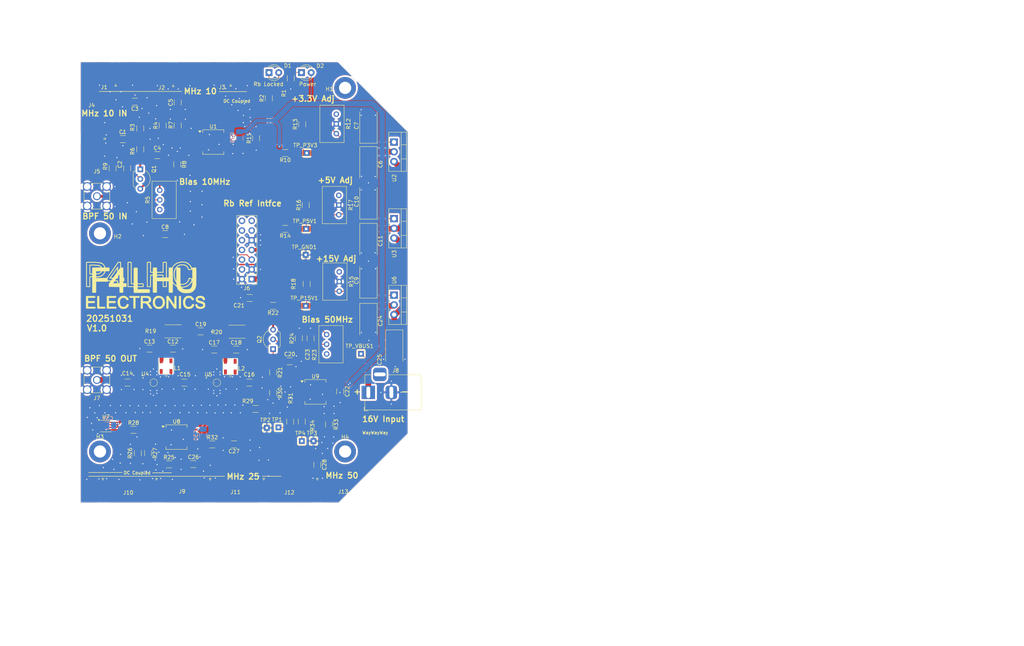
<source format=kicad_pcb>
(kicad_pcb (version 20241229) (generator "pcbnew") (generator_version "9.0")
  (title_block (title "Frequency Reference Distribution") (date "2025-10-31") (rev "V1.0") (company "F4LHU") (comment 1 "Drill & grid Origin at PCB left bottom corner"))
  (layers (0 "F.Cu" signal) (2 "B.Cu" signal) (13 "F.Paste" user) (15 "B.Paste" user) (5 "F.SilkS" user "F.Silkscreen") (7 "B.SilkS" user "B.Silkscreen") (1 "F.Mask" user) (3 "B.Mask" user) (25 "Edge.Cuts" user))
  (net 0 "")
  (net 1 "GND")
  (net 2 "Net-(L1-RF-DC)")
  (net 3 "Net-(L2-RF-DC)")
  (net 4 "Net-(J2-In)")
  (net 5 "Net-(J1-In)")
  (net 6 "+5V")
  (net 7 "Net-(J4-In)")
  (net 8 "+3.3V")
  (net 9 "+15V")
  (net 10 "Net-(J13-In)")
  (net 11 "Net-(Q1-B)")
  (net 12 "VBUS")
  (net 13 "/PowerSupplies/P15V")
  (net 14 "/PowerSupplies/P5V")
  (net 15 "/PowerSupplies/P3V3")
  (net 16 "Net-(Q2-B)")
  (net 17 "Net-(L1-DC)")
  (net 18 "Net-(Q1-E)")
  (net 19 "Net-(Q2-E)")
  (net 20 "Net-(J3-In)")
  (net 21 "Net-(J7-In)")
  (net 22 "Net-(D1-K)")
  (net 23 "Net-(J9-In)")
  (net 24 "Net-(J10-In)")
  (net 25 "Net-(J11-In)")
  (net 26 "Net-(J12-In)")
  (net 27 "Net-(U9-Q1)")
  (net 28 "Net-(U9-CLK)")
  (net 29 "Net-(U9-Q2)")
  (net 30 "Net-(U9-Q3)")
  (net 31 "Net-(U9-Q4)")
  (net 34 "Net-(L2-DC)")
  (net 37 "Net-(D2-K)")
  (net 38 "Net-(C28-Pad1)")
  (net 39 "Net-(U1-CLK)")
  (net 40 "Net-(C3-Pad1)")
  (net 41 "Net-(C5-Pad1)")
  (net 42 "Net-(U2-ADJ)")
  (net 43 "Net-(J5-In)")
  (net 44 "Net-(C8-Pad2)")
  (net 45 "Net-(U6-ADJ)")
  (net 46 "Net-(U3-ADJ)")
  (net 47 "Net-(C14-Pad2)")
  (net 48 "Net-(C15-Pad2)")
  (net 49 "Net-(C26-Pad1)")
  (net 50 "Net-(C27-Pad2)")
  (net 54 "Net-(J6-Pin_5)")
  (net 60 "Net-(U1-Q2)")
  (net 61 "Net-(U1-Q1)")
  (net 62 "Net-(U1-Q3)")
  (net 63 "Net-(U1-Q4)")
  (net 64 "Net-(U8-Q3)")
  (net 65 "Net-(U8-Q1)")
  (net 66 "Net-(U8-Q2)")
  (net 67 "Net-(U7-Q)")
  (net 68 "Net-(U8-CLK)")
  (net 69 "Net-(U7-Clk)")
  (net 70 "Net-(R31-Pad2)")
  (net 71 "Net-(U8-Q4)")
  (net 72 "Net-(R34-Pad2)")
  (net 73 "Net-(U7-D)")
  (footprint "Connector_Coaxial:SMA_Amphenol_132134-11_Vertical" (layer "F.Cu") (at 38.2 63.3 180)
    (property "Reference" "J5")
    (property "Value" "MHz 10 LPF")
  )
  (footprint "Resistor_SMD:R_1206_3216Metric_Pad1.30x1.75mm_HandSolder" (layer "F.Cu") (at 84.201 114.681 -90)
    (property "Reference" "R30")
    (property "Value" "100")
  )
  (footprint "Connector_Coaxial:SMA_Amphenol_132289_EdgeMount" (layer "F.Cu") (at 39.751 140.716 -90)
    (property "Reference" "J10")
    (property "Value" "MHz 25")
  )
  (footprint "Library:F4LHU" (layer "F.Cu") (at 50.8386 105.179585)
    (property "Reference" "Logo1" (hide yes))
    (property "Value" "LOGO" (hide yes))
  )
  (footprint "Library:WW107" (layer "F.Cu") (at 53.0098 112.014)
    (property "Reference" "U4")
    (property "Value" "ERA-1SM+")
  )
  (footprint "Capacitor_SMD:C_1206_3216Metric_Pad1.33x1.80mm_HandSolder" (layer "F.Cu") (at 78.1 89.9 180)
    (property "Reference" "C21")
    (property "Value" "100nF")
  )
  (footprint "Connector_Coaxial:SMA_Amphenol_132289_EdgeMount" (layer "F.Cu") (at 43.112 30.861 90)
    (property "Reference" "J1")
    (property "Value" "MHz 10")
  )
  (footprint "Connector_Coaxial:SMA_Amphenol_132289_EdgeMount" (layer "F.Cu") (at 36.7315 48.3 180)
    (property "Reference" "J4")
    (property "Value" "MHz 10 Source")
  )
  (footprint "Capacitor_Tantalum_SMD:CP_EIA-7343-31_Kemet-D_HandSolder" (layer "F.Cu") (at 109.093 64.709 90)
    (property "Reference" "C10")
    (property "Value" "22uF")
  )
  (footprint "Resistor_SMD:R_1206_3216Metric_Pad1.30x1.75mm_HandSolder" (layer "F.Cu") (at 57.023 133.35)
    (property "Reference" "R25")
    (property "Value" "30")
  )
  (footprint "Library:TestPoint_THTPad_1.5x1.5mm_Drill0.7mm" (layer "F.Cu") (at 107.15 104.475)
    (property "Reference" "TP_VBUS1")
    (property "Value" "+16V")
  )
  (footprint "Capacitor_SMD:C_1206_3216Metric_Pad1.33x1.80mm_HandSolder" (layer "F.Cu") (at 46.1 56 -90)
    (property "Reference" "C2")
    (property "Value" "100nF")
  )
  (footprint "Package_TO_SOT_THT:TO-92_Inline_Wide" (layer "F.Cu") (at 84.201 103.251 90)
    (property "Reference" "Q2")
    (property "Value" "2N2222")
  )
  (footprint "Resistor_SMD:R_1206_3216Metric_Pad1.30x1.75mm_HandSolder" (layer "F.Cu") (at 91.821 44.501 90)
    (property "Reference" "R13")
    (property "Value" "120R")
  )
  (footprint "Connector_Coaxial:SMA_Amphenol_132289_EdgeMount" (layer "F.Cu") (at 53.751 140.716 -90)
    (property "Reference" "J9")
    (property "Value" "MHz 25")
  )
  (footprint "Package_SO:SSOP-8_2.95x2.8mm_P0.65mm" (layer "F.Cu") (at 40.562 123.358)
    (property "Reference" "U7")
    (property "Value" "74LVC74")
  )
  (footprint "Connector_Coaxial:SMA_Amphenol_132289_EdgeMount" (layer "F.Cu") (at 58.112 30.988 90)
    (property "Reference" "J2")
    (property "Value" "MHz 10")
  )
  (footprint "Package_TO_SOT_THT:TO-220-3_Vertical" (layer "F.Cu") (at 115.763 49.154 -90)
    (property "Reference" "U2")
    (property "Value" "LT1085-ADJ")
  )
  (footprint "Potentiometer_THT:Potentiometer_Bourns_3299W_Vertical" (layer "F.Cu") (at 101.346 68.149 -90)
    (property "Reference" "R17")
    (property "Value" "500R")
  )
  (footprint "Capacitor_SMD:C_1206_3216Metric_Pad1.33x1.80mm_HandSolder" (layer "F.Cu") (at 44.958 48.387)
    (property "Reference" "C1")
    (property "Value" "10nF")
  )
  (footprint "MountingHole:MountingHole_3.2mm_M3_ISO7380_Pad_TopBottom" (layer "F.Cu") (at 39 73)
    (property "Reference" "H2")
    (property "Value" "MountingHole")
  )
  (footprint "Resistor_SMD:R_1206_3216Metric_Pad1.30x1.75mm_HandSolder" (layer "F.Cu") (at 84.201 109.347 -90)
    (property "Reference" "R21")
    (property "Value" "100")
  )
  (footprint "Potentiometer_THT:Potentiometer_Bourns_3299W_Vertical" (layer "F.Cu") (at 98.171 99.441 90)
    (property "Reference" "R23")
    (property "Value" "5k")
  )
  (footprint "Resistor_SMD:R_2512_6332Metric_Pad1.40x3.35mm_HandSolder" (layer "F.Cu") (at 74.8 98.7 180)
    (property "Reference" "R20")
    (property "Value" "160")
  )
  (footprint "Resistor_SMD:R_1206_3216Metric_Pad1.30x1.75mm_HandSolder" (layer "F.Cu") (at 49.53 51.054 90)
    (property "Reference" "R6")
    (property "Value" "100")
  )
  (footprint "Capacitor_SMD:C_1206_3216Metric_Pad1.33x1.80mm_HandSolder" (layer "F.Cu") (at 65.3 98.6)
    (property "Reference" "C19")
    (property "Value" "100nF")
  )
  (footprint "Capacitor_Tantalum_SMD:CP_EIA-7343-31_Kemet-D_HandSolder" (layer "F.Cu") (at 109.093 74.996 -90)
    (property "Reference" "C11")
    (property "Value" "47uF")
  )
  (footprint "Capacitor_SMD:C_1206_3216Metric_Pad1.33x1.80mm_HandSolder" (layer "F.Cu") (at 53.975 52.578)
    (property "Reference" "C4")
    (property "Value" "39nF")
  )
  (footprint "Resistor_SMD:R_1206_3216Metric_Pad1.30x1.75mm_HandSolder" (layer "F.Cu") (at 92.964 86.207 90)
    (property "Reference" "R18")
    (property "Value" "120R")
  )
  (footprint "Capacitor_SMD:C_1206_3216Metric_Pad1.33x1.80mm_HandSolder" (layer "F.Cu") (at 58.039 103.124)
    (property "Reference" "C12")
    (property "Value" "39nF")
  )
  (footprint "Resistor_SMD:R_1206_3216Metric_Pad1.30x1.75mm_HandSolder" (layer "F.Cu") (at 59.309 44.831 90)
    (property "Reference" "R7")
    (property "Value" "30")
  )
  (footprint "Resistor_SMD:R_1206_3216Metric_Pad1.30x1.75mm_HandSolder" (layer "F.Cu") (at 83.1 37.7 90)
    (property "Reference" "R2")
    (property "Value" "330R")
  )
  (footprint "Capacitor_SMD:C_1206_3216Metric_Pad1.33x1.80mm_HandSolder" (layer "F.Cu") (at 51.943 103.124)
    (property "Reference" "C13")
    (property "Value" "1uF")
  )
  (footprint "Potentiometer_THT:Potentiometer_Bourns_3299W_Vertical" (layer "F.Cu") (at 100.711 46.94 -90)
    (property "Reference" "R12")
    (property "Value" "500R")
  )
  (footprint "Package_SO:SOIC-8_5.3x6.2mm_P1.27mm" (layer "F.Cu") (at 58.984 126.238)
    (property "Reference" "U8")
    (property "Value" "551MLFT")
  )
  (footprint "Resistor_SMD:R_1206_3216Metric_Pad1.30x1.75mm_HandSolder" (layer "F.Cu") (at 49.53 45.593 90)
    (property "Reference" "R3")
    (property "Value" "100")
  )
  (footprint "Capacitor_SMD:C_1206_3216Metric_Pad1.33x1.80mm_HandSolder" (layer "F.Cu") (at 46.2 112)
    (property "Reference" "C14")
    (property "Value" "10nF")
  )
  (footprint "Resistor_SMD:R_1206_3216Metric_Pad1.30x1.75mm_HandSolder" (layer "F.Cu") (at 59.182 54.991 -90)
    (property "Reference" "R8")
    (property "Value" "30")
  )
  (footprint "Resistor_SMD:R_1206_3216Metric_Pad1.30x1.75mm_HandSolder" (layer "F.Cu") (at 79.756 48.133 90)
    (property "Reference" "R11")
    (property "Value" "30")
  )
  (footprint "Resistor_SMD:R_1206_3216Metric_Pad1.30x1.75mm_HandSolder" (layer "F.Cu") (at 91.694 122.174 -90)
    (property "Reference" "R34")
    (property "Value" "30" (hide yes))
  )
  (footprint "Resistor_SMD:R_1206_3216Metric_Pad1.30x1.75mm_HandSolder" (layer "F.Cu") (at 48.895 130.429 -90)
    (property "Reference" "R26")
    (property "Value" "30")
  )
  (footprint "Connector_Coaxial:SMA_Amphenol_132289_EdgeMount" (layer "F.Cu") (at 81.751 140.716 -90)
    (property "Reference" "J12")
    (property "Value" "MHz 25")
  )
  (footprint "Library:LED_D3.0mm" (layer "F.Cu") (at 83.13 31)
    (property "Reference" "D1")
    (property "Value" "LED")
  )
  (footprint "Capacitor_SMD:C_1206_3216Metric_Pad1.33x1.80mm_HandSolder" (layer "F.Cu") (at 74 128.15 180)
    (property "Reference" "C27")
    (property "Value" "39nF")
  )
  (footprint "Resistor_SMD:R_1206_3216Metric_Pad1.30x1.75mm_HandSolder" (layer "F.Cu") (at 90.932 100.457 90)
    (property "Reference" "R24")
    (property "Value" "5k1")
  )
  (footprint "Resistor_SMD:R_1206_3216Metric_Pad1.30x1.75mm_HandSolder" (layer "F.Cu") (at 98.806 122.936 -90)
    (property "Reference" "R33")
    (property "Value" "30")
  )
  (footprint "Library:BarrelJack_Horizontal" (layer "F.Cu") (at 109.062 114.554 180)
    (property "Reference" "J8")
    (property "Value" "Jack-DC")
  )
  (footprint "Capacitor_SMD:C_1206_3216Metric_Pad1.33x1.80mm_HandSolder" (layer "F.Cu") (at 56 73.2)
    (property "Reference" "C8")
    (property "Value" "39nF")
  )
  (footprint "Connector_Coaxial:SMA_Amphenol_132289_EdgeMount" (layer "F.Cu") (at 67.751 140.716 -90)
    (property "Reference" "J11")
    (property "Value" "MHz 25")
  )
  (footprint "MountingHole:MountingHole_3.2mm_M3_ISO7380_Pad_TopBottom" (layer "F.Cu") (at 39 130)
    (property "Reference" "H3")
    (property "Value" "MountingHole")
  )
  (footprint "Capacitor_Tantalum_SMD:CP_EIA-7343-31_Kemet-D_HandSolder" (layer "F.Cu") (at 109.093 85.344 90)
    (property "Reference" "C9")
    (property "Value" "22uF")
  )
  (footprint "Capacitor_SMD:C_1206_3216Metric_Pad1.33x1.80mm_HandSolder" (layer "F.Cu") (at 78.022 112.014)
    (property "Reference" "C16")
    (property "Value" "10nF")
  )
  (footprint "Capacitor_Tantalum_SMD:CP_EIA-7343-31_Kemet-D_HandSolder" (layer "F.Cu") (at 109.093 95.885 -90)
    (property "Reference" "C24")
    (property "Value" "47uF")
  )
  (footprint "Capacitor_SMD:C_1206_3216Metric_Pad1.33x1.80mm_HandSolder" (layer "F.Cu") (at 101.727 114.3 -90)
    (property "Reference" "C22")
    (property "Value" "39nF")
  )
  (footprint "Capacitor_SMD:C_1206_3216Metric_Pad1.33x1.80mm_HandSolder" (layer "F.Cu") (at 68.834 103.378)
    (property "Reference" "C17")
    (property "Value" "1uF")
  )
  (footprint "Connector_Coaxial:SMA_Amphenol_132289_EdgeMount" (layer "F.Cu") (at 95.751 140.716 -90)
    (property "Reference" "J13")
    (property "Value" "MHz 50")
  )
  (footprint "Library:TestPoint_THTPad_1.5x1.5mm_Drill0.7mm" (layer "F.Cu") (at 91.694 127.254)
    (property "Reference" "TP4")
    (property "Value" "MHZ50_B")
  )
  (footprint "Package_TO_SOT_THT:TO-220-3_Vertical" (layer "F.Cu") (at 115.776 89.154 -90)
    (property "Reference" "U6")
    (property "Value" "LT1085-ADJ")
  )
  (footprint "Resistor_SMD:R_1206_3216Metric_Pad1.30x1.75mm_HandSolder" (layer "F.Cu") (at 42.3 56 -90)
    (property "Reference" "R9")
    (property "Value" "5k1")
  )
  (footprint "Library:WW107" (layer "F.Cu") (at 69.522 112.014)
    (property "Reference" "U5")
    (property "Value" "ERA-5SM+")
  )
  (footprint "Library:TestPoint_THTPad_1.5x1.5mm_Drill0.7mm" (layer "F.Cu") (at 94.742 127.254)
    (property "Reference" "TP3")
    (property "Value" "Gnd")
  )
  (footprint "Capacitor_SMD:C_1206_3216Metric_Pad1.33x1.80mm_HandSolder" (layer "F.Cu") (at 61.022 112.014)
    (property "Reference" "C15")
    (property "Value" "10nF")
  )
  (footprint "Capacitor_SMD:C_1206_3216Metric_Pad1.33x1.80mm_HandSolder" (layer "F.Cu") (at 93.98 100.457 90)
    (property "Reference" "C23")
    (property "Value" "100nF")
  )
  (footprint "Connector_Coaxial:SMA_Amphenol_132289_EdgeMount" (layer "F.Cu") (at 73.112 30.861 90)
    (property "Reference" "J3")
    (property "Value" "MHz 10")
  )
  (footprint "Resistor_SMD:R_1206_3216Metric_Pad1.30x1.75mm_HandSolder" (layer "F.Cu") (at 88.8 32.5 90)
    (property "Reference" "R1")
    (property "Value" "220R")
  )
  (footprint "Capacitor_SMD:C_1206_3216Metric_Pad1.33x1.80mm_HandSolder" (layer "F.Cu") (at 88.519 106.426)
    (property "Reference" "C20")
    (property "Value" "39nF")
  )
  (footprint "Resistor_SMD:R_1206_3216Metric_Pad1.30x1.75mm_HandSolder" (layer "F.Cu") (at 87.376 71.832 180)
    (property "Reference" "R14")
    (property "Value" "00")
  )
  (footprint "Library:Minicircuits_GU1604" (layer "F.Cu") (at 56.261 107.696 180)
    (property "Reference" "L1")
    (property "Value" "TCCH-80+")
  )
  (footprint "Connector_PinHeader_2.54mm:PinHeader_2x07_P2.54mm_Vertical" (layer "F.Cu") (at 78.613 84.963 180)
    (property "Reference" "J6")
    (property "Value" "Conn_02x07_Odd_Even")
  )
  (footprint "Potentiometer_THT:Potentiometer_Bourns_3299W_Vertical" (layer "F.Cu") (at 54.61 61.722 90)
    (property "Reference" "R5")
    (property "Value" "5k")
  )
  (footprint "Capacitor_SMD:C_1206_3216Metric_Pad1.33x1.80mm_HandSolder" (layer "F.Cu") (at 59.3 38.8 90)
    (property "Reference" "C5")
    (property "Value" "39nF")
  )
  (footprint "Capacitor_Tantalum_SMD:CP_EIA-7343-31_Kemet-D_HandSolder" (layer "F.Cu") (at 109.093 54.941 -90)
    (property "Reference" "C6")
    (property "Value" "47uF")
  )
  (footprint "Capacitor_SMD:C_1206_3216Metric_Pad1.33x1.80mm_HandSolder" (layer "F.Cu") (at 48.1 38.6 180)
    (property "Reference" "C3")
    (property "Value" "39nF")
  )
  (footprint "Resistor_SMD:R_1206_3216Metric_Pad1.30x1.75mm_HandSolder" (layer "F.Cu") (at 79.629 118.872 180)
    (property "Reference" "R29")
    (property "Value" "30")
  )
  (footprint "Resistor_SMD:R_1206_3216Metric_Pad1.30x1.75mm_HandSolder" (layer "F.Cu") (at 87.376 52.02 180)
    (property "Reference" "R10")
    (property "Value" "00")
  )
  (footprint "Capacitor_SMD:C_1206_3216Metric_Pad1.33x1.80mm_HandSolder" (layer "F.Cu") (at 63.4 133.3)
    (property "Reference" "C26")
    (property "Value" "39nF")
  )
  (footprint "Resistor_SMD:R_1206_3216Metric_Pad1.30x1.75mm_HandSolder" (layer "F.Cu") (at 51.562 130.429 -90)
    (property "Reference" "R27")
    (property "Value" "30")
  )
  (footprint "Connector_Coaxial:SMA_Amphenol_132134-11_Vertical" (layer "F.Cu") (at 38.2 111.3 180)
    (property "Reference" "J7")
    (property "Value" "MHz 50 LPF")
  )
  (footprint "Capacitor_Tantalum_SMD:CP_EIA-7343-31_Kemet-D_HandSolder" (layer "F.Cu") (at 109.093 44.8755 90)
    (property "Reference" "C7")
    (property "Value" "22uF")
  )
  (footprint "Capacitor_Tantalum_SMD:CP_EIA-7343-31_Kemet-D_HandSolder" (layer "F.Cu") (at 115.824 102.82 -90)
    (property "Reference" "C25")
    (property "Value" "10uF")
  )
  (footprint "Resistor_SMD:R_1206_3216Metric_Pad1.30x1.75mm_HandSolder" (layer "F.Cu") (at 92.71 65.609 90)
    (property "Reference" "R16")
    (property "Value" "120R")
  )
  (footprint "Library:TestPoint_THTPad_1.5x1.5mm_Drill0.7mm" (layer "F.Cu") (at 92.71 78.613)
    (property "Reference" "TP_GND1")
    (property "Value" "Gnd")
  )
  (footprint "Resistor_SMD:R_1206_3216Metric_Pad1.30x1.75mm_HandSolder" (layer "F.Cu") (at 47.752 124.333)
    (property "Reference" "R28")
    (property "Value" "30")
  )
  (footprint "Capacitor_SMD:C_1206_3216Metric_Pad1.33x1.80mm_HandSolder" (layer "F.Cu") (at 74.549 103.378)
    (property "Reference" "C18")
    (property "Value" "39nF")
  )
  (footprint "Package_TO_SOT_THT:TO-220-3_Vertical" (layer "F.Cu") (at 115.776 69.154 -90)
    (property "Reference" "U3")
    (property "Value" "LT1085-ADJ")
  )
  (footprint "Library:TestPoint_THTPad_1.5x1.5mm_Drill0.7mm" (layer "F.Cu") (at 82.55 123.825)
    (property "Reference" "TP2")
    (property "Value" "Gnd")
  )
  (footprint "Resistor_SMD:R_1206_3216Metric_Pad1.30x1.75mm_HandSolder" (layer "F.Cu") (at 55.372 44.831 90)
    (property "Reference" "R4")
    (property "Value" "30")
  )
  (footprint "Library:TestPoint_THTPad_1.5x1.5mm_Drill0.7mm" (layer "F.Cu") (at 85.598 123.698)
    (property "Reference" "TP1")
    (property "Value" "MHZ50_A")
  )
  (footprint "Library:TestPoint_THTPad_1.5x1.5mm_Drill0.7mm" (layer "F.Cu") (at 92.837 71.832)
    (property "Reference" "TP_P5V1")
    (property "Value" "+5V")
  )
  (footprint "Package_SO:SOIC-8_5.3x6.2mm_P1.27mm" (layer "F.Cu") (at 68.58 49.149)
    (property "Reference" "U1")
    (property "Value" "551MLFT")
  )
  (footprint "Library:Minicircuits_GU1604" (layer "F.Cu") (at 73.025 107.823 180)
    (property "Reference" "L2")
    (property "Value" "TCCH-80+")
  )
  (footprint "Capacitor_SMD:C_1206_3216Metric_Pad1.33x1.80mm_HandSolder" (layer "F.Cu") (at 95.75 133.45 -90)
    (property "Reference" "C28")
    (property "Value" "39nF")
  )
  (footprint "Resistor_SMD:R_1206_3216Metric_Pad1.30x1.75mm_HandSolder" (layer "F.Cu") (at 84.201 91.948 180)
    (property "Reference" "R22")
    (property "Value" "00")
  )
  (footprint "Resistor_SMD:R_1206_3216Metric_Pad1.30x1.75mm_HandSolder" (layer "F.Cu") (at 68.326 128.143)
    (property "Reference" "R32")
    (property "Value" "30")
  )
  (footprint "Potentiometer_THT:Potentiometer_Bourns_3299W_Vertical" (layer "F.Cu") (at 101.473 88.138 -90)
    (property "Reference" "R15")
    (property "Value" "2k")
  )
  (footprint "Resistor_SMD:R_2512_6332Metric_Pad1.40x3.35mm_HandSolder" (layer "F.Cu") (at 58.1 98.6 180)
    (property "Reference" "R19")
    (property "Value" "300")
  )
  (footprint "MountingHole:MountingHole_3.2mm_M3_ISO7380_Pad_TopBottom" (layer "F.Cu") (at 103 130)
    (property "Reference" "H4")
    (property "Value" "MountingHole")
  )
  (footprint "Library:TestPoint_THTPad_1.5x1.5mm_Drill0.7mm" (layer "F.Cu") (at 92.964 52.02)
    (property "Reference" "TP_P3V3")
    (property "Value" "+3.3V")
  )
  (footprint "Library:LED_D3.0mm" (layer "F.Cu") (at 91.6 31)
    (property "Reference" "D2")
    (property "Value" "LED")
  )
  (footprint "Package_SO:SOIC-8_5.3x6.2mm_P1.27mm" (layer "F.Cu") (at 95.25 114.427)
    (property "Reference" "U9")
    (property "Value" "551MLFT")
  )
  (footprint "Package_TO_SOT_THT:TO-92_Inline_Wide" (layer "F.Cu") (at 49.53 56.261 -90)
    (property "Reference" "Q1")
    (property "Value" "2N2222")
  )
  (footprint "Resistor_SMD:R_1206_3216Metric_Pad1.30x1.75mm_HandSolder" (layer "F.Cu") (at 88.646 122.2 -90)
    (property "Reference" "R31")
    (property "Value" "30")
  )
  (footprint "MountingHole:MountingHole_3.2mm_M3_ISO7380_Pad_TopBottom" (layer "F.Cu") (at 103 35)
    (property "Reference" "H1")
    (property "Value" "MountingHole")
  )
  (footprint "Library:TestPoint_THTPad_1.5x1.5mm_Drill0.7mm" (layer "F.Cu") (at 92.71 91.948)
    (property "Reference" "TP_P15V1")
    (property "Value" "+15V")
  )
  (footprint "Capacitor_SMD:C_1206_3216Metric_Pad1.33x1.80mm_HandSolder" (layer "B.Cu") (at 75.438 48.006 -90)
    (property "Reference" "C29")
    (property "Value" "39nF")
  )
  (footprint "Capacitor_SMD:C_1206_3216Metric_Pad1.33x1.80mm_HandSolder" (layer "B.Cu") (at 41.021 123.19 180)
    (property "Reference" "C31")
    (property "Value" "39nF")
  )
  (footprint "Capacitor_SMD:C_1206_3216Metric_Pad1.33x1.80mm_HandSolder" (layer "B.Cu") (at 65.913 125.73 -90)
    (property "Reference" "C30")
    (property "Value" "39nF")
  )
  (gr_line (start 71.522 112.014) (end 76.022 112.014) (stroke (width 1.5)) (layer "F.Cu") (net 3))
  (gr_line (start 92.964 52.02) (end 109.093 52.02) (stroke (width 1.5)) (layer "F.Cu") (net 15))
  (gr_line (start 83.058 55.753) (end 83.058 39.25) (stroke (width 0.2)) (layer "F.Cu") (net 54))
  (gr_line (start 115.763 51.694) (end 109.093 51.694) (stroke (width 1.5)) (layer "F.Cu") (net 15))
  (gr_line (start 86.9565 106.426) (end 84.201 106.426) (stroke (width 0.2)) (layer "F.Cu") (net 19))
  (gr_line (start 55.092 101.402) (end 55.092 98.6) (stroke (width 1)) (layer "F.Cu") (net 17))
  (gr_line (start 47.9 112.014) (end 51.022 112.014) (stroke (width 1.5)) (layer "F.Cu") (net 47))
  (gr_line (start 55.022 112.014) (end 59.022 112.014) (stroke (width 1.5)) (layer "F.Cu") (net 2))
  (gr_line (start 98.75 116.332) (end 98.75 121.259) (stroke (width 0.7)) (layer "F.Cu") (net 31))
  (gr_line (start 63.022 112.014) (end 67.522 112.014) (stroke (width 1.5)) (layer "F.Cu") (net 48))
  (gr_line (start 94.14 31) (end 94.14 39.1) (stroke (width 0.2)) (layer "B.Cu") (net 8))
  (gr_line (start 60.325 35.925) (end 38.8 35.925) (stroke (width 0.15)) (layer "F.SilkS"))
  (gr_line (start 70.075 35.975) (end 77.3 35.975) (stroke (width 0.15)) (layer "F.SilkS"))
  (gr_line (start 52.75 135.575) (end 57.65 135.575) (stroke (width 0.15)) (layer "F.SilkS"))
  (gr_line (start 71.525 136.475) (end 36.05 136.475) (stroke (width 0.15)) (layer "F.SilkS"))
  (gr_line (start 44.8 135.475) (end 36.05 135.475) (stroke (width 0.15)) (layer "F.SilkS"))
  (gr_line (start 86.275 136.475) (end 81.35 136.475) (stroke (width 0.15)) (layer "F.SilkS"))
  (gr_line (start 34 143.3) (end 101.3 143.3) (stroke (width 0.05)) (layer "Edge.Cuts"))
  (gr_line (start 119.3 125.3) (end 119.3 46.5) (stroke (width 0.05)) (layer "Edge.Cuts"))
  (gr_line (start 34 28.3) (end 34 143.3) (stroke (width 0.05)) (layer "Edge.Cuts"))
  (gr_line (start 101.1 28.3) (end 34 28.3) (stroke (width 0.05)) (layer "Edge.Cuts"))
  (gr_line (start 119.3 125.3) (end 101.297745 143.302255) (stroke (width 0.05)) (layer "Edge.Cuts"))
  (gr_line (start 119.3 46.5) (end 101.1 28.3) (stroke (width 0.05)) (layer "Edge.Cuts"))
  (gr_text "Bias 50MHz" (at 91.5 96.4 0) (layer "F.SilkS") (effects (font (size 1.5 1.5) (thickness 0.3) (bold yes)) (justify left bottom)))
  (gr_text "V1.0" (at 35.425 98.725 0) (layer "F.SilkS") (effects (font (size 1.6 1.6) (thickness 0.3) (bold yes)) (justify left bottom)))
  (gr_text "16V Input" (at 107.3 122.4 0) (layer "F.SilkS") (effects (font (size 1.5 1.5) (thickness 0.3) (bold yes)) (justify left bottom)))
  (gr_text "+" (at 105.05 115.2 0) (layer "F.SilkS") (effects (font (size 1.5 1.5) (thickness 0.3) (bold yes)) (justify left bottom)))
  (gr_text "DC Coupled" (at 71.125 38.925 0) (layer "F.SilkS") (effects (font (size 0.8 0.8) (thickness 0.15) (bold yes)) (justify left bottom)))
  (gr_text "BPF 50 OUT" (at 34.725 106.6 0) (layer "F.SilkS") (effects (font (size 1.5 1.5) (thickness 0.3) (bold yes)) (justify left bottom)))
  (gr_text "MHz 50" (at 97.725 137.15 0) (layer "F.SilkS") (effects (font (size 1.5 1.5) (thickness 0.3) (bold yes)) (justify left bottom)))
  (gr_text "20251031" (at 35.225 96.2 0) (layer "F.SilkS") (effects (font (size 1.6 1.6) (thickness 0.3) (bold yes)) (justify left bottom)))
  (gr_text "WayWayWay" (at 107.38 125.55 0) (layer "F.SilkS") (effects (font (size 0.8 0.8) (thickness 0.15) (bold yes)) (justify left bottom)))
  (gr_text "-" (at 117.45 115.2 0) (layer "F.SilkS") (effects (font (size 1.5 1.5) (thickness 0.3) (bold yes)) (justify left bottom)))
  (gr_text "MHz 10" (at 60.75 36.75 0) (layer "F.SilkS") (effects (font (size 1.5 1.5) (thickness 0.3) (bold yes)) (justify left bottom)))
  (gr_text "MHz 25" (at 71.925 137.425 0) (layer "F.SilkS") (effects (font (size 1.5 1.5) (thickness 0.3) (bold yes)) (justify left bottom)))
  (gr_text "BPF 50 IN" (at 34.25 69.425 0) (layer "F.SilkS") (effects (font (size 1.5 1.5) (thickness 0.3) (bold yes)) (justify left bottom)))
  (gr_text "Power" (at 90.9 34.6 0) (layer "F.SilkS") (effects (font (size 1 1)) (justify left bottom)))
  (gr_text "+15V Adj" (at 95.2 80.5 0) (layer "F.SilkS") (effects (font (size 1.5 1.5) (thickness 0.3) (bold yes)) (justify left bottom)))
  (gr_text "DC Coupled" (at 45.1 136.025 0) (layer "F.SilkS") (effects (font (size 0.8 0.8) (thickness 0.15) (bold yes)) (justify left bottom)))
  (gr_text "Bias 10MHz" (at 59.5 60.4 0) (layer "F.SilkS") (effects (font (size 1.5 1.5) (thickness 0.3) (bold yes)) (justify left bottom)))
  (gr_text "+3.3V Adj" (at 88.8 38.7 0) (layer "F.SilkS") (effects (font (size 1.5 1.5) (thickness 0.3) (bold yes)) (justify left bottom)))
  (gr_text "Rb Locked" (at 79 34.6 0) (layer "F.SilkS") (effects (font (size 1 1)) (justify left bottom)))
  (gr_text "+5V Adj" (at 95.7 60 0) (layer "F.SilkS") (effects (font (size 1.5 1.5) (thickness 0.3) (bold yes)) (justify left bottom)))
  (gr_text "Rb Ref Intfce" (at 71.05 66.05 0) (layer "F.SilkS") (effects (font (size 1.5 1.5) (thickness 0.3) (bold yes)) (justify left bottom)))
  (gr_text "MHz 10 IN" (at 34 42.525 0) (layer "F.SilkS") (effects (font (size 1.5 1.5) (thickness 0.3) (bold yes)) (justify left bottom)))
  (segment (start 38.862 124.333) (end 40.64 124.333) (width 0.2) (layer "F.Cu") (net 1))
  (segment (start 70.3072 109.9312) (end 70.358 109.982) (width 0.2) (layer "F.Cu") (net 1))
  (segment (start 53.022 109.9312) (end 53.022 109.918) (width 0.2) (layer "F.Cu") (net 1))
  (segment (start 66.8625 98.6) (end 68 98.6) (width 0.1524) (layer "F.Cu") (net 1))
  (segment (start 52.2478 109.9312) (end 52.197 109.982) (width 0.2) (layer "F.Cu") (net 1))
  (segment (start 49.424 103.124) (end 49.4 103.1) (width 0.1524) (layer "F.Cu") (net 1))
  (segment (start 69.4182 109.9312) (end 68.707 109.22) (width 0.2) (layer "F.Cu") (net 1))
  (segment (start 53.7972 109.9312) (end 53.848 109.982) (width 0.2) (layer "F.Cu") (net 1))
  (segment (start 68.7578 109.9312) (end 68.707 109.982) (width 0.2) (layer "F.Cu") (net 1))
  (segment (start 53.022 115.253) (end 53.022 114.0968) (width 0.2) (layer "F.Cu") (net 1))
  (segment (start 53.022 108.521) (end 52.959 108.458) (width 0.2) (layer "F.Cu") (net 1))
  (segment (start 53.022 114.11) (end 52.197 114.935) (width 0.2) (layer "F.Cu") (net 1))
  (segment (start 70.3072 114.0968) (end 70.358 114.046) (width 0.2) (layer "F.Cu") (net 1))
  (segment (start 72.08 49.784) (end 73.787 49.784) (width 0.2) (layer "F.Cu") (net 1))
  (segment (start 53.022 109.9312) (end 53.022 109.919) (width 0.2) (layer "F.Cu") (net 1))
  (segment (start 53.7972 114.0968) (end 53.848 114.046) (width 0.2) (layer "F.Cu") (net 1))
  (segment (start 53.022 114.0968) (end 53.1368 114.0968) (width 0.2) (layer "F.Cu") (net 1))
  (segment (start 88.8 34.05) (end 88.8 35.3) (width 0.1524) (layer "F.Cu") (net 1))
  (segment (start 69.6468 114.0968) (end 70.358 114.808) (width 0.2) (layer "F.Cu") (net 1))
  (segment (start 69.522 108.458) (end 69.522 109.9312) (width 0.2) (layer "F.Cu") (net 1))
  (segment (start 110.363 82.423) (end 110.363 82.55) (width 0.2) (layer "F.Cu") (net 1))
  (segment (start 69.522 109.9312) (end 69.4182 109.9312) (width 0.2) (layer "F.Cu") (net 1))
  (segment (start 69.522 109.9312) (end 70.3072 109.9312) (width 0.2) (layer "F.Cu") (net 1))
  (segment (start 69.522 114.0968) (end 69.4182 114.0968) (width 0.2) (layer "F.Cu") (net 1))
  (segment (start 53.022 114.0968) (end 52.2478 114.0968) (width 0.2) (layer "F.Cu") (net 1))
  (segment (start 69.522 114.0968) (end 69.6468 114.0968) (width 0.2) (layer "F.Cu") (net 1))
  (segment (start 50.3805 103.124) (end 49.424 103.124) (width 0.1524) (layer "F.Cu") (net 1))
  (segment (start 52.959 115.316) (end 53.022 115.253) (width 0.2) (layer "F.Cu") (net 1))
  (segment (start 69.522 114.0968) (end 70.3072 114.0968) (width 0.2) (layer "F.Cu") (net 1))
  (segment (start 53.022 109.9312) (end 53.022 108.521) (width 0.2) (layer "F.Cu") (net 1))
  (segment (start 53.022 109.919) (end 53.848 109.093) (width 0.2) (layer "F.Cu") (net 1))
  (segment (start 68.7578 114.0968) (end 68.707 114.046) (width 0.2) (layer "F.Cu") (net 1))
  (segment (start 84.582 115.697) (end 84.455 115.824) (width 0.2) (layer "F.Cu") (net 1))
  (segment (start 76.1115 103.378) (end 77.47 103.378) (width 0.2) (layer "F.Cu") (net 1))
  (segment (start 53.022 114.0968) (end 53.022 114.11) (width 0.2) (layer "F.Cu") (net 1))
  (segment (start 69.522 109.9312) (end 69.6468 109.9312) (width 0.2) (layer "F.Cu") (net 1))
  (segment (start 69.4182 114.0968) (end 68.707 114.808) (width 0.2) (layer "F.Cu") (net 1))
  (segment (start 52.2478 114.0968) (end 52.197 114.046) (width 0.2) (layer "F.Cu") (net 1))
  (segment (start 68 98.6) (end 68.1 98.7) (width 0.1524) (layer "F.Cu") (net 1))
  (segment (start 53.022 109.9312) (end 53.7972 109.9312) (width 0.2) (layer "F.Cu") (net 1))
  (segment (start 69.522 114.0968) (end 68.7578 114.0968) (width 0.2) (layer "F.Cu") (net 1))
  (segment (start 99.822 115.062) (end 100.6225 115.8625) (width 0.5) (layer "F.Cu") (net 1))
  (segment (start 100.6225 115.8625) (end 101.727 115.8625) (width 0.5) (layer "F.Cu") (net 1))
  (segment (start 67.2715 103.378) (end 65.786 103.378) (width 0.2) (layer "F.Cu") (net 1))
  (segment (start 53.022 109.9312) (end 52.2478 109.9312) (width 0.2) (layer "F.Cu") (net 1))
  (segment (start 69.522 114.0968) (end 69.522 115.443) (width 0.2) (layer "F.Cu") (net 1))
  (segment (start 110.363 82.55) (end 110.236 82.677) (width 0.2) (layer "F.Cu") (net 1))
  (segment (start 69.522 109.9312) (end 68.7578 109.9312) (width 0.2) (layer "F.Cu") (net 1))
  (segment (start 53.022 114.0968) (end 53.7972 114.0968) (width 0.2) (layer "F.Cu") (net 1))
  (segment (start 98.75 115.062) (end 99.822 115.062) (width 0.5) (layer "F.Cu") (net 1))
  (segment (start 59.6015 103.124) (end 60.524 103.124) (width 0.1524) (layer "F.Cu") (net 1))
  (segment (start 53.022 109.918) (end 52.197 109.093) (width 0.2) (layer "F.Cu") (net 1))
  (segment (start 69.6468 109.9312) (end 70.358 109.22) (width 0.2) (layer "F.Cu") (net 1))
  (segment (start 60.524 103.124) (end 60.6 103.2) (width 0.1524) (layer "F.Cu") (net 1))
  (segment (start 53.1368 114.0968) (end 53.848 114.808) (width 0.2) (layer "F.Cu") (net 1))
  (segment (start 62.484 126.873) (end 64.516 126.873) (width 0.6) (layer "F.Cu") (net 1))
  (via (at 66.05 135.125) (size 0.61) (drill 0.3) (layers "F.Cu" "B.Cu") (net 1))
  (via (at 47.45 70.55) (size 0.61) (drill 0.3) (layers "F.Cu" "B.Cu") (net 1))
  (via (at 64.525 119.85) (size 0.61) (drill 0.3) (layers "F.Cu" "B.Cu") (net 1))
  (via (at 115.05 111.625) (size 0.61) (drill 0.3) (layers "F.Cu" "B.Cu") (net 1))
  (via (at 79.8 51.275) (size 0.61) (drill 0.3) (layers "F.Cu" "B.Cu") (net 1))
  (via (at 35.56 137.287) (size 0.61) (drill 0.3) (layers "F.Cu" "B.Cu") (net 1))
  (via (at 78.225 42.75) (size 0.61) (drill 0.3) (layers "F.Cu" "B.Cu") (net 1))
  (via (at 107.25 82.25) (size 0.61) (drill 0.3) (layers "F.Cu" "B.Cu") (net 1))
  (via (at 53.848 109.982) (size 0.61) (drill 0.3) (layers "F.Cu" "B.Cu") (net 1))
  (via (at 40.625 47.275) (size 0.61) (drill 0.3) (layers "F.Cu" "B.Cu") (net 1))
  (via (at 70.358 109.22) (size 0.61) (drill 0.3) (layers "F.Cu" "B.Cu") (net 1))
  (via (at 77.47 34.417) (size 0.61) (drill 0.3) (layers "F.Cu" "B.Cu") (net 1))
  (via (at 77.3 83.6) (size 0.61) (drill 0.3) (layers "F.Cu" "B.Cu") (net 1))
  (via (at 69.85 117.85) (size 0.61) (drill 0.3) (layers "F.Cu" "B.Cu") (net 1))
  (via (at 115.05 117.6) (size 0.61) (drill 0.3) (layers "F.Cu" "B.Cu") (net 1))
  (via (at 45 46.825) (size 0.61) (drill 0.3) (layers "F.Cu" "B.Cu") (net 1))
  (via (at 110.9 42.125) (size 0.61) (drill 0.3) (layers "F.Cu" "B.Cu") (net 1))
  (via (at 62.5 57.85) (size 0.61) (drill 0.3) (layers "F.Cu" "B.Cu") (net 1))
  (via (at 117.625 114.525) (size 0.61) (drill 0.3) (layers "F.Cu" "B.Cu") (net 1))
  (via (at 91.567 106.426) (size 0.61) (drill 0.3) (layers "F.Cu" "B.Cu") (net 1))
  (via (at 75.65 119.9) (size 0.61) (drill 0.3) (layers "F.Cu" "B.Cu") (net 1))
  (via (at 107.25 98.925) (size 0.61) (drill 0.3) (layers "F.Cu" "B.Cu") (net 1))
  (via (at 78.025 46.9) (size 0.61) (drill 0.3) (layers "F.Cu" "B.Cu") (net 1))
  (via (at 44.975 50.1) (size 0.61) (drill 0.3) (layers "F.Cu" "B.Cu") (net 1))
  (via (at 43.1 119.875) (size 0.61) (drill 0.3) (layers "F.Cu" "B.Cu") (net 1))
  (via (at 80.899 73.406) (size 0.61) (drill 0.3) (layers "F.Cu" "B.Cu") (net 1))
  (via (at 78.15 127.025) (size 0.61) (drill 0.3) (layers "F.Cu" "B.Cu") (net 1))
  (via (at 80.525 132.3) (size 0.61) (drill 0.3) (layers "F.Cu" "B.Cu") (net 1))
  (via (at 42.9 60.8) (size 0.61) (drill 0.3) (layers "F.Cu" "B.Cu") (net 1))
  (via (at 69.522 108.458) (size 0.61) (drill 0.3) (layers "F.Cu" "B.Cu") (net 1))
  (via (at 80.475 136.4) (size 0.61) (drill 0.3) (layers "F.Cu" "B.Cu") (net 1))
  (via (at 59.2 51.6) (size 0.61) (drill 0.3) (layers "F.Cu" "B.Cu") (net 1))
  (via (at 52.15 119.825) (size 0.61) (drill 0.3) (layers "F.Cu" "B.Cu") (net 1))
  (via (at 70.358 109.982) (size 0.61) (drill 0.3) (layers "F.Cu" "B.Cu") (net 1))
  (via (at 78.1 40.625) (size 0.61) (drill 0.3) (layers "F.Cu" "B.Cu") (net 1))
  (via (at 77.4 76.05) (size 0.61) (drill 0.3) (layers "F.Cu" "B.Cu") (net 1))
  (via (at 65.65 65.55) (size 0.61) (drill 0.3) (layers "F.Cu" "B.Cu") (net 1))
  (via (at 46.825 118.025) (size 0.61) (drill 0.3) (layers "F.Cu" "B.Cu") (net 1))
  (via (at 70.075 49.75) (size 0.61) (drill 0.3) (layers "F.Cu" "B.Cu") (net 1))
  (via (at 73.275 119.9) (size 0.61) (drill 0.3) (layers "F.Cu" "B.Cu") (net 1))
  (via (at 54.8 119.85) (size 0.61) (drill 0.3) (layers "F.Cu" "B.Cu") (net 1))
  (via (at 52.05 45.575) (size 0.61) (drill 0.3) (layers "F.Cu" "B.Cu") (net 1))
  (via (at 67.3 110.2) (size 0.61) (drill 0.3) (layers "F.Cu" "B.Cu") (net 1))
  (via (at 80.899 76.073) (size 0.61) (drill 0.3) (layers "F.Cu" "B.Cu") (net 1))
  (via (at 63.9 110.2) (size 0.61) (drill 0.3) (layers "F.Cu" "B.Cu") (net 1))
  (via (at 51.075 118.05) (size 0.61) (drill 0.3) (layers "F.Cu" "B.Cu") (net 1))
  (via (at 40.3 119.875) (size 0.61) (drill 0.3) (layers "F.Cu" "B.Cu") (net 1))
  (via (at 57.675 124.4) (size 0.61) (drill 0.3) (layers "F.Cu" "B.Cu") (net 1))
  (via (at 35.675 121.1) (size 0.61) (drill 0.3) (layers "F.Cu" "B.Cu") (net 1))
  (via (at 107.2 42.175) (size 0.61) (drill 0.3) (layers "F.Cu" "B.Cu") (net 1))
  (via (at 87.325 114.45) (size 0.61) (drill 0.3) (layers "F.Cu" "B.Cu") (net 1))
  (via (at 59.95 50.7) (size 0.61) (drill 0.3) (layers "F.Cu" "B.Cu") (net 1))
  (via (at 76.375 52.125) (size 0.61) (drill 0.3) (layers "F.Cu" "B.Cu") (net 1))
  (via (at 76.825 45.075) (size 0.61) (drill 0.3) (layers "F.Cu" "B.Cu") (net 1))
  (via (at 44.525 36) (size 0.61) (drill 0.3) (layers "F.Cu" "B.Cu") (net 1))
  (via (at 91.059 97.79) (size 0.61) (drill 0.3) (layers "F.Cu" "B.Cu") (net 1))
  (via (at 75.946 87.122) (size 0.61) (drill 0.3) (layers "F.Cu" "B.Cu") (net 1))
  (via (at 112.325 114.575) (size 0.61) (drill 0.3) (layers "F.Cu" "B.Cu") (net 1))
  (via (at 52.959 115.316) (size 0.61) (drill 0.3) (layers "F.Cu" "B.Cu") (net 1))
  (via (at 50.2 113.8) (size 0.61) (drill 0.3) (layers "F.Cu" "B.Cu") (net 1))
  (via (at 71.8 37.15) (size 0.61) (drill 0.3) (layers "F.Cu" "B.Cu") (net 1))
  (via (at 71.85 35.2) (size 0.61) (drill 0.3) (layers "F.Cu" "B.Cu") (net 1))
  (via (at 44.875 39.925) (size 0.61) (drill 0.3) (layers "F.Cu" "B.Cu") (net 1))
  (via (at 67.35 51.175) (size 0.61) (drill 0.3) (layers "F.Cu" "B.Cu") (net 1))
  (via (at 65.1 131.425) (size 0.61) (drill 0.3) (layers "F.Cu" "B.Cu") (net 1))
  (via (at 47.498 34.29) (size 0.61) (drill 0.3) (layers "F.Cu" "B.Cu") (net 1))
  (via (at 58.575 118.025) (size 0.61) (drill 0.3) (layers "F.Cu" "B.Cu") (net 1))
  (via (at 38.85 118) (size 0.61) (drill 0.3) (layers "F.Cu" "B.Cu") (net 1))
  (via (at 71.5 110.5) (size 0.61) (drill 0.3) (layers "F.Cu" "B.Cu") (net 1))
  (via (at 48.225 119.825) (size 0.61) (drill 0.3) (layers "F.Cu" "B.Cu") (net 1))
  (via (at 75.075 40.9) (size 0.61) (drill 0.3) (layers "F.Cu" "B.Cu") (net 1))
  (via (at 109.22 100.965) (size 0.61) (drill 0.3) (layers "F.Cu" "B.Cu") (net 1))
  (via (at 62.2 52.6) (size 0.61) (drill 0.3) (layers "F.Cu" "B.Cu") (net 1))
  (via (at 53.6 134.8) (size 0.61) (drill 0.3) (layers "F.Cu" "B.Cu") (net 1))
  (via (at 44.6 110.1) (size 0.61) (drill 0.3) (layers "F.Cu" "B.Cu") (net 1))
  (via (at 44.375 118) (size 0.61) (drill 0.3) (layers "F.Cu" "B.Cu") (net 1))
  (via (at 71.825 117.825) (size 0.61) (drill 0.3) (layers "F.Cu" "B.Cu") (net 1))
  (via (at 41.65 36.025) (size 0.61) (drill 0.3) (layers "F.Cu" "B.Cu") (net 1))
  (via (at 61.042 113.7) (size 0.61) (drill 0.3) (layers "F.Cu" "B.Cu") (net 1))
  (via (at 57.912 137.287) (size 0.61) (drill 0.3) (layers "F.Cu" "B.Cu") (net 1))
  (via (at 113.05 105.9) (size 0.61) (drill 0.3) (layers "F.Cu" "B.Cu") (net 1))
  (via (at 52.197 109.093) (size 0.61) (drill 0.3) (layers "F.Cu" "B.Cu") (net 1))
  (via (at 116.078 107.823) (size 0.61) (drill 0.3) (layers "F.Cu" "B.Cu") (net 1))
  (via (at 110.95 82.25) (size 0.61) (drill 0.3) (layers "F.Cu" "B.Cu") (net 1))
  (via (at 53.925 133.4) (size 0.61) (drill 0.3) (layers "F.Cu" "B.Cu") (net 1))
  (via (at 37.65 119.9) (size 0.61) (drill 0.3) (layers "F.Cu" "B.Cu") (net 1))
  (via (at 59.8 70) (size 0.61) (drill 0.3) (layers "F.Cu" "B.Cu") (net 1))
  (via (at 73.787 79.248) (size 0.61) (drill 0.3) (layers "F.Cu" "B.Cu") (net 1))
  (via (at 101.675 114.6) (size 0.61) (drill 0.3) (layers "F.Cu" "B.Cu") (net 1))
  (via (at 37.125 124.35) (size 0.61) (drill 0.3) (layers "F.Cu" "B.Cu") (net 1))
  (via (at 46.95 133.1) (size 0.61) (drill 0.3) (layers "F.Cu" "B.Cu") (net 1))
  (via (at 98.45 129.2) (size 0.61) (drill 0.3) (layers "F.Cu" "B.Cu") (net 1))
  (via (at 71.9 113.7) (size 0.61) (drill 0.3) (layers "F.Cu" "B.Cu") (net 1))
  (via (at 56.896 52.578) (size 0.61) (drill 0.3) (layers "F.Cu" "B.Cu") (net 1))
  (via (at 100.1 118.175) (size 0.61) (drill 0.3) (layers "F.Cu" "B.Cu") (net 1))
  (via (at 59.925 119.85) (size 0.61) (drill 0.3) (layers "F.Cu" "B.Cu") (net 1))
  (via (at 60.775 126.825) (size 0.61) (drill 0.3) (layers "F.Cu" "B.Cu") (net 1))
  (via (at 64.55 129.325) (size 0.61) (drill 0.3) (layers "F.Cu" "B.Cu") (net 1))
  (via (at 43.942 137.287) (size 0.61) (drill 0.3) (layers "F.Cu" "B.Cu") (net 1))
  (via (at 73.6 110.5) (size 0.61) (drill 0.3) (layers "F.Cu" "B.Cu") (net 1))
  (via (at 46.15 65) (size 0.61) (drill 0.3) (layers "F.Cu" "B.Cu") (net 1))
  (via (at 57.575 128.225) (size 0.61) (drill 0.3) (layers "F.Cu" "B.Cu") (net 1))
  (via (at 45.8 119.875) (size 0.61) (drill 0.3) (layers "F.Cu" "B.Cu") (net 1))
  (via (at 95.325 129.225) (size 0.61) (drill 0.3) (layers "F.Cu" "B.Cu") (net 1))
  (via (at 60.2 132) (size 0.61) (drill 0.3) (layers "F.Cu" "B.Cu") (net 1))
  (via (at 70.358 114.046) (size 0.61) (drill 0.3) (layers "F.Cu" "B.Cu") (net 1))
  (via (at 49.05 118.05) (size 0.61) (drill 0.3) (layers "F.Cu" "B.Cu") (net 1))
  (via (at 45.05 68.2) (size 0.61) (drill 0.3) (layers "F.Cu" "B.Cu") (net 1))
  (via (at 40.525 49.425) (size 0.61) (drill 0.3) (layers "F.Cu" "B.Cu") (net 1))
  (via (at 36.4 118.575) (size 0.61) (drill 0.3) (layers "F.Cu" "B.Cu") (net 1))
  (via (at 62.825 45.575) (size 0.61) (drill 0.3) (layers "F.Cu" "B.Cu") (net 1))
  (via (at 78.325 43.75) (size 0.61) (drill 0.3) (layers "F.Cu" "B.Cu") (net 1))
  (via (at 93.875 116.35) (size 0.61) (drill 0.3) (layers "F.Cu" "B.Cu") (net 1))
  (via (at 53.975 34.417) (size 0.61) (drill 0.3) (layers "F.Cu" "B.Cu") (net 1))
  (via (at 86.225 112.925) (size 0.61) (drill 0.3) (layers "F.Cu" "B.Cu") (net 1))
  (via (at 53.6 117.975) (size 0.61) (drill 0.3) (layers "F.Cu" "B.Cu") (net 1))
  (via (at 81.4 110.6) (size 0.61) (drill 0.3) (layers "F.Cu" "B.Cu") (net 1))
  (via (at 53.848 114.808) (size 0.61) (drill 0.3) (layers "F.Cu" "B.Cu") (net 1))
  (via (at 54.375 130.175) (size 0.61) (drill 0.3) (layers "F.Cu" "B.Cu") (net 1))
  (via (at 40.259 52.832) (size 0.61) (drill 0.3) (layers "F.Cu" "B.Cu") (net 1))
  (via (at 80.899 82.423) (size 0.61) (drill 0.3) (layers "F.Cu" "B.Cu") (net 1))
  (via (at 107.3 58.125) (size 0.61) (drill 0.3) (layers "F.Cu" "B.Cu") (net 1))
  (via (at 118.625 105.9) (size 0.61) (drill 0.3) (layers "F.Cu" "B.Cu") (net 1))
  (via (at 63.55 70.8) (size 0.61) (drill 0.3) (layers "F.Cu" "B.Cu") (net 1))
  (via (at 62.6 62) (size 0.61) (drill 0.3) (layers "F.Cu" "B.Cu") (net 1))
  (via (at 74.475 35.225) (size 0.61) (drill 0.3) (layers "F.Cu" "B.Cu") (net 1))
  (via (at 71.175 129.7) (size 0.61) (drill 0.3) (layers "F.Cu" "B.Cu") (net 1))
  (via (at 57.8 50.675) (size 0.61) (drill 0.3) (layers "F.Cu" "B.Cu") (net 1))
  (via (at 46.925 130.8) (size 0.61) (drill 0.3) (layers "F.Cu" "B.Cu") (net 1))
  (via (at 56.025 117.975) (size 0.61) (drill 0.3) (layers "F.Cu" "B.Cu") (net 1))
  (via (at 60.925 117.95) (size 0.61) (drill 0.3) (layers "F.Cu" "B.Cu") (net 1))
  (via (at 83.025 136.425) (size 0.61) (drill 0.3) (layers "F.Cu" "B.Cu") (net 1))
  (via (at 67.575 47.2) (size 0.61) (drill 0.3) (layers "F.Cu" "B.Cu") (net 1))
  (via (at 97.525 118.275) (size 0.61) (drill 0.3) (layers "F.Cu" "B.Cu") (net 1))
  (via (at 65.65 62) (size 0.61) (drill 0.3) (layers "F.Cu" "B.Cu") (net 1))
  (via (at 103.124 44.45) (size 0.61) (drill 0.3) (layers "F.Cu" "B.Cu") (net 1))
  (via (at 77.9 110.5) (size 0.61) (drill 0.3) (layers "F.Cu" "B.Cu") (net 1))
  (via (at 88.85 116) (size 0.61) (drill 0.3) (layers "F.Cu" "B.Cu") (net 1))
  (via (at 44.6 113.8) (size 0.61) (drill 0.3) (layers "F.Cu" "B.Cu") (net 1))
  (via (at 51.75 41.6) (size 0.61) (drill 0.3) (layers "F.Cu" "B.Cu") (net 1))
  (via (at 99.75 127.825) (size 0.61) (drill 0.3) (layers "F.Cu" "B.Cu") (net 1))
  (via (at 71.2 119.9) (size 0.61) (drill 0.3) (layers "F.Cu" "B.Cu") (net 1))
  (via (at 77.47 103.378) (size 0.61) (drill 0.3) (layers "F.Cu" "B.Cu") (net 1))
  (via (at 61.275 40.625) (size 0.61) (drill 0.3) (layers "F.Cu" "B.Cu") (net 1))
  (via (at 85.725 116.332) (size 0.61) (drill 0.3) (layers "F.Cu" "B.Cu") (net 1))
  (via (at 97.1 115.05) (size 0.61) (drill 0.3) (layers "F.Cu" "B.Cu") (net 1))
  (via (at 53.848 114.046) (size 0.61) (drill 0.3) (layers "F.Cu" "B.Cu") (net 1))
  (via (at 76.425 44.075) (size 0.61) (drill 0.3) (layers "F.Cu" "B.Cu") (net 1))
  (via (at 49.4 103.1) (size 0.61) (drill 0.3) (layers "F.Cu" "B.Cu") (net 1))
  (via (at 36.825 122.65) (size 0.61) (drill 0.3) (layers "F.Cu" "B.Cu") (net 1))
  (via (at 64.516 126.873) (size 0.61) (drill 0.3) (layers "F.Cu" "B.Cu") (net 1))
  (via (at 43.175 38.1) (size 0.61) (drill 0.3) (layers "F.Cu" "B.Cu") (net 1))
  (via (at 51.3 37.575) (size 0.61) (drill 0.3) (layers "F.Cu" "B.Cu") (net 1))
  (via (at 57.375 43.15) (size 0.61) (drill 0.3) (layers "F.Cu" "B.Cu") (net 1))
  (via (at 90.297 105.029) (size 0.61) (drill 0.3) (layers "F.Cu" "B.Cu") (net 1))
  (via (at 54.8 110.5) (size 0.61) (drill 0.3) (layers "F.Cu" "B.Cu") (net 1))
  (via (at 51.05 135.15) (size 0.61) (drill 0.3) (layers "F.Cu" "B.Cu") (net 1))
  (via (at 63.836 113.7) (size 0.61) (drill 0.3) (layers "F.Cu" "B.Cu") (net 1))
  (via (at 42.9 66) (size 0.61) (drill 0.3) (layers "F.Cu" "B.Cu") (net 1))
  (via (at 103.886 85.852) (size 0.61) (drill 0.3) (layers "F.Cu" "B.Cu") (net 1))
  (via (at 107.25 61.625) (size 0.61) (drill 0.3) (layers "F.Cu" "B.Cu") (net 1))
  (via (at 93.98 97.79) (size 0.61) (drill 0.3) (layers "F.Cu" "B.Cu") (net 1))
  (via (at 54.225 48.15) (size 0.61) (drill 0.3) (layers "F.Cu" "B.Cu") (net 1))
  (via (at 49.276 42.672) (size 0.61) (drill 0.3) (layers "F.Cu" "B.Cu") (net 1))
  (via (at 65.475 117.925) (size 0.61) (drill 0.3) (layers "F.Cu" "B.Cu") (net 1))
  (via (at 76.325 117.9) (size 0.61) (drill 0.3) (layers "F.Cu" "B.Cu") (net 1))
  (via (at 110.85 58.15) (size 0.61) (drill 0.3) (layers "F.Cu" "B.Cu") (net 1))
  (via (at 75.4 37.8) (size 0.61) (drill 0.3) (layers "F.Cu" "B.Cu") (net 1))
  (via (at 50.175 119.825) (size 0.61) (drill 0.3) (layers "F.Cu" "B.Cu") (net 1))
  (via (at 86.025 119.9) (size 0.61) (drill 0.3) (layers "F.Cu" "B.Cu") (net 1))
  (via (at 70.358 114.808) (size 0.61) (drill 0.3) (layers "F.Cu" "B.Cu") (net 1))
  (via (at 42.625 134.675) (size 0.61) (drill 0.3) (layers "F.Cu" "B.Cu") (net 1))
  (via (at 38.862 34.29) (size 0.61) (drill 0.3) (layers "F.Cu" "B.Cu") (net 1))
  (via (at 76.75 39.15) (size 0.61) (drill 0.3) (layers "F.Cu" "B.Cu") (net 1))
  (via (at 88.775 113.1) (size 0.61) (drill 0.3) (layers "F.Cu" "B.Cu") (net 1))
  (via (at 56.75 130.275) (size 0.61) (drill 0.3) (layers "F.Cu" "B.Cu") (net 1))
  (via (at 62.484 34.417) (size 0.61) (drill 0.3) (layers "F.Cu" "B.Cu") (net 1))
  (via (at 68.834 34.29) (size 0.61) (drill 0.3) (layers "F.Cu" "B.Cu") (net 1))
  (via (at 69.1 136.925) (size 0.61) (drill 0.3) (layers "F.Cu" "B.Cu") (net 1))
  (via (at 78.25 129.725) (size 0.61) (drill 0.3) (layers "F.Cu" "B.Cu") (net 1))
  (via (at 69.075 119.925) (size 0.61) (drill 0.3) (layers "F.Cu" "B.Cu") (net 1))
  (via (at 97.1 137) (size 0.61) (drill 0.3) (layers "F.Cu" "B.Cu") (net 1))
  (via (at 83.3 120.05) (size 0.61) (drill 0.3) (layers "F.Cu" "B.Cu") (net 1))
  (via (at 50.175 133.2) (size 0.61) (drill 0.3) (layers "F.Cu" "B.Cu") (net 1))
  (via (at 52.959 108.458) (size 0.61) (drill 0.3) (layers "F.Cu" "B.Cu") (net 1))
  (via (at 77.35 73.55) (size 0.61) (drill 0.3) (layers "F.Cu" "B.Cu") (net 1))
  (via (at 68.1 98.7) (size 0.61) (drill 0.3) (layers "F.Cu" "B.Cu") (net 1))
  (via (at 94.625 136.975) (size 0.61) (drill 0.3) (layers "F.Cu" "B.Cu") (net 1))
  (via (at 110.825 61.65) (size 0.61) (drill 0.3) (layers "F.Cu" "B.Cu") (net 1))
  (via (at 82.804 116.459) (size 0.61) (drill 0.3) (layers "F.Cu" "B.Cu") (net 1))
  (via (at 57.375 40.6) (size 0.61) (drill 0.3) (layers "F.Cu" "B.Cu") (net 1))
  (via (at 50.3 73.6) (size 0.61) (drill 0.3) (layers "F.Cu" "B.Cu") (net 1))
  (via (at 82.975 132.25) (size 0.61) (drill 0.3) (layers "F.Cu" "B.Cu") (net 1))
  (via (at 69.522 115.443) (size 0.61) (drill 0.3) (layers "F.Cu" "B.Cu") (net 1))
  (via (at 74.7 113.7) (size 0.61) (drill 0.3) (layers "F.Cu" "B.Cu") (net 1))
  (via (at 39.85 134.2) (size 0.61) (drill 0.3) (layers "F.Cu" "B.Cu") (net 1))
  (via (at 68.707 114.046) (size 0.61) (drill 0.3) (layers "F.Cu" "B.Cu") (net 1))
  (via (at 111 98.875) (size 0.61) (drill 0.3) (layers "F.Cu" "B.Cu") (net 1))
  (via (at 55.4 135.15) (size 0.61) (drill 0.3) (layers "F.Cu" "B.Cu") (net 1))
  (via (at 75.6 110.5) (size 0.61) (drill 0.3) (layers "F.Cu" "B.Cu") (net 1))
  (via (at 54.825 137.05) (size 0.61) (drill 0.3) (layers "F.Cu" "B.Cu") (net 1))
  (via (at 50 110.1) (size 0.61) (drill 0.3) (layers "F.Cu" "B.Cu") (net 1))
  (via (at 103.759 65.532) (size 0.61) (drill 0.3) (layers "F.Cu" "B.Cu") (net 1))
  (via (at 40.259 44.069) (size 0.61) (drill 0.3) (layers "F.Cu" "B.Cu") (net 1))
  (via (at 109.093 59.817) (size 0.61) (drill 0.3) (layers "F.Cu" "B.Cu") (net 1))
  (via (at 90.17 107.823) (size 0.61) (drill 0.3) (layers "F.Cu" "B.Cu") (net 1))
  (via (at 68.707 109.22) (size 0.61) (drill 0.3) (layers "F.Cu" "B.Cu") (net 1))
  (via (at 52.197 109.982) (size 0.61) (drill 0.3) (layers "F.Cu" "B.Cu") (net 1))
  (via (at 52.197 114.935) (size 0.61) (drill 0.3) (layers "F.Cu" "B.Cu") (net 1))
  (via (at 53.425 132.175) (size 0.61) (drill 0.3) (layers "F.Cu" "B.Cu") (net 1))
  (via (at 93.975 112.575) (size 0.61) (drill 0.3) (layers "F.Cu" "B.Cu") (net 1))
  (via (at 84.201 117.348) (size 0.61) (drill 0.3) (layers "F.Cu" "B.Cu") (net 1))
  (via (at 61.3 43.2) (size 0.61) (drill 0.3) (layers "F.Cu" "B.Cu") (net 1))
  (via (at 68.707 109.982) (size 0.61) (drill 0.3) (layers "F.Cu" "B.Cu") (net 1))
  (via (at 51.25 70.05) (size 0.61) (drill 0.3) (layers "F.Cu" "B.Cu") (net 1))
  (via (at 65.786 103.378) (size 0.61) (drill 0.3) (layers "F.Cu" "B.Cu") (net 1))
  (via (at 52.197 114.046) (size 0.61) (drill 0.3) (layers "F.Cu" "B.Cu") (net 1))
  (via (at 47.9 113.8) (size 0.61) (drill 0.3) (layers "F.Cu" "B.Cu") (net 1))
  (via (at 73.787 49.784) (size 0.61) (drill 0.3) (layers "F.Cu" "B.Cu") (net 1))
  (via (at 58.65 131.575) (size 0.61) (drill 0.3) (layers "F.Cu" "B.Cu") (net 1))
  (via (at 88.8 35.3) (size 0.61) (drill 0.3) (layers "F.Cu" "B.Cu") (net 1))
  (via (at 75.7 89.8) (size 0.61) (drill 0.3) (layers "F.Cu" "B.Cu") (net 1))
  (via (at 38.725 137.175) (size 0.61) (drill 0.3) (layers "F.Cu" "B.Cu") (net 1))
  (via (at 81.3 113.4) (size 0.61) (drill 0.3) (layers "F.Cu" "B.Cu") (net 1))
  (via (at 55.525 49.8) (size 0.61) (drill 0.3) (layers "F.Cu" "B.Cu") (net 1))
  (via (at 87.925 118.4) (size 0.61) (drill 0.3) (layers "F.Cu" "B.Cu") (net 1))
  (via (at 41.725 117.975) (size 0.61) (drill 0.3) (layers "F.Cu" "B.Cu") (net 1))
  (via (at 80.675 128.975) (size 0.61) (drill 0.3) (layers "F.Cu" "B.Cu") (net 1))
  (via (at 62.6 64.7) (size 0.61) (drill 0.3) (layers "F.Cu" "B.Cu") (net 1))
  (via (at 79.75 45.1) (size 0.61) (drill 0.3) (layers "F.Cu" "B.Cu") (net 1))
  (via (at 44.275 133.025) (size 0.61) (drill 0.3) (layers "F.Cu" "B.Cu") (net 1))
  (via (at 101.727 117.221) (size 0.61) (drill 0.3) (layers "F.Cu" "B.Cu") (net 1))
  (via (at 107.25 78.15) (size 0.61) (drill 0.3) (layers "F.Cu" "B.Cu") (net 1))
  (via (at 96.95 127.65) (size 0.61) (drill 0.3) (layers "F.Cu" "B.Cu") (net 1))
  (via (at 60.2 134.675) (size 0.61) (drill 0.3) (layers "F.Cu" "B.Cu") (net 1))
  (via (at 47.8 110.1) (size 0.61) (drill 0.3) (layers "F.Cu" "B.Cu") (net 1))
  (via (at 53.55 43.075) (size 0.61) (drill 0.3) (layers "F.Cu" "B.Cu") (net 1))
  (via (at 56.9 110.5) (size 0.61) (drill 0.3) (layers "F.Cu" "B.Cu") (net 1))
  (via (at 38.4 125.35) (size 0.61) (drill 0.3) (layers "F.Cu" "B.Cu") (net 1))
  (via (at 48.15 36.875) (size 0.61) (drill 0.3) (layers "F.Cu" "B.Cu") (net 1))
  (via (at 66.225 136.9) (size 0.61) (drill 0.3) (layers "F.Cu" "B.Cu") (net 1))
  (via (at 80.899 74.803) (size 0.61) (drill 0.3) (layers "F.Cu" "B.Cu") (net 1))
  (via (at 73.4 39.425) (size 0.61) (drill 0.3) (layers "F.Cu" "B.Cu") (net 1))
  (via (at 59.2 59.2) (size 0.61) (drill 0.3) (layers "F.Cu" "B.Cu") (net 1))
  (via (at 67.7 117.9) (size 0.61) (drill 0.3) (layers "F.Cu" "B.Cu") (net 1))
  (via (at 76.475 42.2) (size 0.61) (drill 0.3) (layers "F.Cu" "B.Cu") (net 1))
  (via (at 97.55 120.075) (size 0.61) (drill 0.3) (layers "F.Cu" "B.Cu") (net 1))
  (via (at 48.675 126.225) (size 0.61) (drill 0.3) (layers "F.Cu" "B.Cu") (net 1))
  (via (at 55.2 113.7) (size 0.61) (drill 0.3) (layers "F.Cu" "B.Cu") (net 1))
  (via (at 63.2 117.975) (size 0.61) (drill 0.3) (layers "F.Cu" "B.Cu") (net 1))
  (via (at 100.025 126.2) (size 0.61) (drill 0.3) (layers "F.Cu" "B.Cu") (net 1))
  (via (at 43.434 53.213) (size 0.61) (drill 0.3) (layers "F.Cu" "B.Cu") (net 1))
  (via (at 65.65 68.75) (size 0.61) (drill 0.3) (layers "F.Cu" "B.Cu") (net 1))
  (via (at 58.248 113.7) (size 0.61) (drill 0.3) (layers "F.Cu" "B.Cu") (net 1))
  (via (at 49.403 137.414) (size 0.61) (drill 0.3) (layers "F.Cu" "B.Cu") (net 1))
  (via (at 52.725 137.075) (size 0.61) (drill 0.3) (layers "F.Cu" "B.Cu") (net 1))
  (via (at 59.425 35.3) (size 0.61) (drill 0.3) (layers "F.Cu" "B.Cu") (net 1))
  (via (at 53.775 39.625) (size 0.61) (drill 0.3) (layers "F.Cu" "B.Cu") (net 1))
  (via (at 97.6 126.175) (size 0.61) (drill 0.3) (layers "F.Cu" "B.Cu") (net 1))
  (via (at 56.8 35.275) (size 0.61) (drill 0.3) (layers "F.Cu" "B.Cu") (net 1))
  (via (at 73.914 82.296) (size 0.61) (drill 0.3) (layers "F.Cu" "B.Cu") (net 1))
  (via (at 46.925 128.125) (size 0.61) (drill 0.3) (layers "F.Cu" "B.Cu") (net 1))
  (via (at 38.275 121.175) (size 0.61) (drill 0.3) (layers "F.Cu" "B.Cu") (net 1))
  (via (at 49.975 40.375) (size 0.61) (drill 0.3) (layers "F.Cu" "B.Cu") (net 1))
  (via (at 97.05 130.5) (size 0.61) (drill 0.3) (layers "F.Cu" "B.Cu") (net 1))
  (via (at 74.2 117.85) (size 0.61) (drill 0.3) (layers "F.Cu" "B.Cu") (net 1))
  (via (at 44.35 130.75) (size 0.61) (drill 0.3) (layers "F.Cu" "B.Cu") (net 1))
  (via (at 71.15 126.425) (size 0.61) (drill 0.3) (layers "F.Cu" "B.Cu") (net 1))
  (via (at 57.325 119.875) (size 0.61) (drill 0.3) (layers "F.Cu" "B.Cu") (net 1))
  (via (at 73.914 84.963) (size 0.61) (drill 0.3) (layers "F.Cu" "B.Cu") (net 1))
  (via (at 60.6 103.2) (size 0.61) (drill 0.3) (layers "F.Cu" "B.Cu") (net 1))
  (via (at 107.2 40.7) (size 0.61) (drill 0.3) (layers "F.Cu" "B.Cu") (net 1))
  (via (at 53.525 128.075) (size 0.61) (drill 0.3) (layers "F.Cu" "B.Cu") (net 1))
  (via (at 62.225 119.825) (size 0.61) (drill 0.3) (layers "F.Cu" "B.Cu") (net 1))
  (via (at 42.3 132.05) (size 0.61) (drill 0.3) (layers "F.Cu" "B.Cu") (net 1))
  (via (at 109.093 80.264) (size 0.61) (drill 0.3) (layers "F.Cu" "B.Cu") (net 1))
  (via (at 40.75 137.1) (size 0.61) (drill 0.3) (layers "F.Cu" "B.Cu") (net 1))
  (via (at 48.5 67.35) (size 0.61) (drill 0.3) (layers "F.Cu" "B.Cu") (net 1))
  (via (at 52.1 48.4) (size 0.61) (drill 0.3) (layers "F.Cu" "B.Cu") (net 1))
  (via (at 110.85 78.1) (size 0.61) (drill 0.3) (layers "F.Cu" "B.Cu") (net 1))
  (via (at 67.3 113.7) (size 0.61) (drill 0.3) (layers "F.Cu" "B.Cu") (net 1))
  (via (at 66.85 119.9) (size 0.61) (drill 0.3) (layers "F.Cu" "B.Cu") (net 1))
  (via (at 67.8 133.625) (size 0.61) (drill 0.3) (layers "F.Cu" "B.Cu") (net 1))
  (via (at 100.125 120.075) (size 0.61) (drill 0.3) (layers "F.Cu" "B.Cu") (net 1))
  (via (at 68.707 114.808) (size 0.61) (drill 0.3) (layers "F.Cu" "B.Cu") (net 1))
  (via (at 62.6 67.2) (size 0.61) (drill 0.3) (layers "F.Cu" "B.Cu") (net 1))
  (via (at 53.848 109.093) (size 0.61) (drill 0.3) (layers "F.Cu" "B.Cu") (net 1))
  (via (at 73.675 52.175) (size 0.61) (drill 0.3) (layers "F.Cu" "B.Cu") (net 1))
  (via (at 61.05 73.25) (size 0.61) (drill 0.3) (layers "F.Cu" "B.Cu") (net 1))
  (via (at 59.4 110.2) (size 0.61) (drill 0.3) (layers "F.Cu" "B.Cu") (net 1))
  (via (at 40.64 124.333) (size 0.61) (drill 0.3) (layers "F.Cu" "B.Cu") (net 1))
  (segment (start 39.4585 123.19) (end 39.497 123.19) (width 0.2) (layer "B.Cu") (net 1))
  (segment (start 74.1295 49.4415) (end 73.787 49.784) (width 0.2) (layer "B.Cu") (net 1))
  (segment (start 75.438 49.4415) (end 74.1295 49.4415) (width 0.2) (layer "B.Cu") (net 1))
  (segment (start 65.4935 126.873) (end 65.913 127.2925) (width 0.2) (layer "B.Cu") (net 1))
  (segment (start 64.516 126.873) (end 65.4935 126.873) (width 0.2) (layer "B.Cu") (net 1))
  (segment (start 39.497 123.19) (end 40.64 124.333) (width 0.2) (layer "B.Cu") (net 1))
  (segment (start 57.632 109.194) (end 57.632 110.624) (width 0.2) (layer "F.Cu") (net 2))
  (segment (start 57.531 109.093) (end 57.632 109.194) (width 0.2) (layer "F.Cu") (net 2))
  (segment (start 57.632 110.624) (end 59.022 112.014) (width 0.2) (layer "F.Cu") (net 2))
  (segment (start 74.295 109.22) (end 74.295 110.287) (width 0.2) (layer "F.Cu") (net 3))
  (segment (start 74.295 110.287) (end 76.022 112.014) (width 0.2) (layer "F.Cu") (net 3))
  (segment (start 58.112 30.988) (end 58.112 36.0495) (width 0.7) (layer "F.Cu") (net 4))
  (segment (start 58.112 36.0495) (end 59.3 37.2375) (width 0.7) (layer "F.Cu") (net 4))
  (segment (start 45.339 38.608) (end 45.347 38.6) (width 0.7) (layer "F.Cu") (net 5))
  (segment (start 45.339 38.608) (end 43.112 36.381) (width 0.7) (layer "F.Cu") (net 5))
  (segment (start 45.347 38.6) (end 46.5375 38.6) (width 0.7) (layer "F.Cu") (net 5))
  (segment (start 43.112 36.381) (end 43.112 30.861) (width 0.7) (layer "F.Cu") (net 5))
  (segment (start 91.854 93.124) (end 84.472 93.124) (width 0.2) (layer "F.Cu") (net 6))
  (segment (start 83.947 40.894) (end 85.67 39.171) (width 0.2) (layer "F.Cu") (net 6))
  (segment (start 85.826 76.988) (end 85.826 71.832) (width 1) (layer "F.Cu") (net 6))
  (segment (start 54.61 60.198) (end 54.61 61.722) (width 0.4) (layer "F.Cu") (net 6))
  (segment (start 84.201 93.395) (end 84.201 90.297) (width 0.5) (layer "F.Cu") (net 6))
  (segment (start 84.201 93.395) (end 84.201 98.171) (width 0.5) (layer "F.Cu") (net 6))
  (segment (start 52.07 58.801) (end 49.53 61.341) (width 0.5) (layer "F.Cu") (net 6))
  (segment (start 70.993 63.754) (end 70.993 78.232) (width 0.5) (layer "F.Cu") (net 6))
  (segment (start 78.613 77.343) (end 85.471 77.343) (width 1) (layer "F.Cu") (net 6))
  (segment (start 73.914 81.153) (end 81.661 81.153) (width 0.4) (layer "F.Cu") (net 6))
  (segment (start 55.8755 54.991) (end 62.23 54.991) (width 0.5) (layer "F.Cu") (net 6))
  (segment (start 82.169 88.265) (end 73.279 88.265) (width 0.5) (layer "F.Cu") (net 6))
  (segment (start 53.0225 58.6105) (end 52.832 58.801) (width 0.5) (layer "F.Cu") (net 6))
  (segment (start 85.67 39.171) (end 85.67 31) (width 0.2) (layer "F.Cu") (net 6))
  (segment (start 85.471 77.343) (end 85.826 76.988) (width 0.2) (layer "F.Cu") (net 6))
  (segment (start 73.914 81.153) (end 70.993 84.074) (width 0.4) (layer "F.Cu") (net 6))
  (segment (start 73.279 88.265) (end 70.993 85.979) (width 0.5) (layer "F.Cu") (net 6))
  (segment (start 53.0225 57.844) (end 55.8755 54.991) (width 0.5) (layer "F.Cu") (net 6))
  (segment (start 53.0225 58.6105) (end 53.0225 57.844) (width 0.5) (layer "F.Cu") (net 6))
  (segment (start 84.201 93.395) (end 84.2895 93.3065) (width 0.2) (layer "F.Cu") (net 6))
  (segment (start 81.661 81.153) (end 85.826 76.988) (width 1) (layer "F.Cu") (net 6))
  (segment (start 52.832 58.801) (end 52.07 58.801) (width 0.5) (layer "F.Cu") (net 6))
  (segment (start 70.993 84.074) (end 70.993 78.232) (width 0.5) (layer "F.Cu") (net 6))
  (segment (start 84.201 90.297) (end 82.169 88.265) (width 0.5) (layer "F.Cu") (net 6))
  (segment (start 84.2895 93.3065) (end 84.472 93.124) (width 0.2) (layer "F.Cu") (net 6))
  (segment (start 70.993 85.979) (end 70.993 84.074) (width 0.5) (layer "F.Cu") (net 6))
  (segment (start 83.947 69.953) (end 85.826 71.832) (width 0.2) (layer "F.Cu") (net 6))
  (segment (start 98.171 99.441) (end 91.854 93.124) (width 0.2) (layer "F.Cu") (net 6))
  (segment (start 83.947 40.894) (end 83.947 69.953) (width 0.2) (layer "F.Cu") (net 6))
  (segment (start 53.0225 58.6105) (end 54.61 60.198) (width 0.4) (layer "F.Cu") (net 6))
  (segment (start 62.23 54.991) (end 70.993 63.754) (width 0.5) (layer "F.Cu") (net 6))
  (segment (start 36.7315 48.387) (end 43.3955 48.387) (width 0.7) (layer "F.Cu") (net 7))
  (segment (start 72.08 47.244) (end 73.279 47.244) (width 0.2) (layer "F.Cu") (net 8))
  (segment (start 103.6705 112.7375) (end 103.886 112.522) (width 0.2) (layer "F.Cu") (net 8))
  (segment (start 96.901 122.936) (end 96.012 122.047) (width 0.7) (layer "F.Cu") (net 8))
  (segment (start 43.815 122.682) (end 45.085 121.412) (width 0.7) (layer "F.Cu") (net 8))
  (segment (start 43.688 123.257) (end 43.464 123.033) (width 0.3) (layer "F.Cu") (net 8))
  (segment (start 85.826 50.318) (end 85.852 50.292) (width 0.2) (layer "F.Cu") (net 8))
  (segment (start 64.643 124.333) (end 62.484 124.333) (width 0.6) (layer "F.Cu") (net 8))
  (segment (start 100.457 113.792) (end 98.75 113.792) (width 0.5) (layer "F.Cu") (net 8))
  (segment (start 66.929 121.412) (end 67.564 122.047) (width 0.7) (layer "F.Cu") (net 8))
  (segment (start 85.826 52.02) (end 85.826 50.318) (width 1.5) (layer "F.Cu") (net 8))
  (segment (start 73.279 48.514) (end 72.08 48.514) (width 0.2) (layer "F.Cu") (net 8))
  (segment (start 103.886 112.522) (end 103.886 114.55) (width 0.7) (layer "F.Cu") (net 8))
  (segment (start 100.711 112.522) (end 101.219 113.03) (width 0.5) (layer "F.Cu") (net 8))
  (segment (start 64.643 125.603) (end 65.278 124.968) (width 0.6) (layer "F.Cu") (net 8))
  (segment (start 42.262 122.383) (end 43.516 122.383) (width 0.3) (layer "F.Cu") (net 8))
  (segment (start 96.012 122.047) (end 67.564 122.047) (width 0.7) (layer "F.Cu") (net 8))
  (segment (start 73.279 47.244) (end 73.914 47.879) (width 0.2) (layer "F.Cu") (net 8))
  (segment (start 67.564 122.047) (end 64.9605 124.6505) (width 0.7) (layer "F.Cu") (net 8))
  (segment (start 98.75 112.522) (end 100.711 112.522) (width 0.5) (layer "F.Cu") (net 8))
  (segment (start 42.262 123.683) (end 43.419 123.683) (width 0.3) (layer "F.Cu") (net 8))
  (segment (start 100.584 122.936) (end 96.901 122.936) (width 0.7) (layer "F.Cu") (net 8))
  (segment (start 43.434 123.698) (end 43.688 123.444) (width 0.3) (layer "F.Cu") (net 8))
  (segment (start 101.727 112.7375) (end 103.6705 112.7375) (width 1.5) (layer "F.Cu") (net 8))
  (segment (start 65.278 124.968) (end 64.9605 124.6505) (width 0.6) (layer "F.Cu") (net 8))
  (segment (start 43.419 123.683) (end 43.434 123.698) (width 0.2) (layer "F.Cu") (net 8))
  (segment (start 43.688 123.444) (end 43.688 123.257) (width 0.3) (layer "F.Cu") (net 8))
  (segment (start 43.815 122.682) (end 43.464 123.033) (width 0.3) (layer "F.Cu") (net 8))
  (segment (start 45.085 121.412) (end 66.929 121.412) (width 0.7) (layer "F.Cu") (net 8))
  (segment (start 73.8505 47.9425) (end 73.279 48.514) (width 0.2) (layer "F.Cu") (net 8))
  (segment (start 73.914 47.879) (end 73.8505 47.9425) (width 0.2) (layer "F.Cu") (net 8))
  (segment (start 101.219 113.03) (end 100.457 113.792) (width 0.5) (layer "F.Cu") (net 8))
  (segment (start 62.484 125.603) (end 64.643 125.603) (width 0.6) (layer "F.Cu") (net 8))
  (segment (start 43.516 122.383) (end 43.815 122.682) (width 0.2) (layer "F.Cu") (net 8))
  (segment (start 64.9605 124.6505) (end 64.643 124.333) (width 0.6) (layer "F.Cu") (net 8))
  (segment (start 43.464 123.033) (end 42.262 123.033) (width 0.3) (layer "F.Cu") (net 8))
  (segment (start 103.886 114.55) (end 103.886 119.634) (width 0.7) (layer "F.Cu") (net 8))
  (segment (start 103.886 119.634) (end 100.584 122.936) (width 0.7) (layer "F.Cu") (net 8))
  (via (at 73.8505 47.9425) (size 0.61) (drill 0.3) (layers "F.Cu" "B.Cu") (net 8))
  (via (at 64.643 124.333) (size 0.61) (drill 0.3) (layers "F.Cu" "B.Cu") (net 8))
  (via (at 43.815 122.682) (size 0.61) (drill 0.3) (layers "F.Cu" "B.Cu") (net 8))
  (via (at 103.886 112.522) (size 0.61) (drill 0.3) (layers "F.Cu" "B.Cu") (net 8))
  (via (at 104.279 112.129) (size 0.61) (drill 0.3) (layers "F.Cu" "B.Cu") (net 8))
  (via (at 85.852 50.292) (size 0.61) (drill 0.3) (layers "F.Cu" "B.Cu") (net 8))
  (segment (start 43.307 123.19) (end 43.815 122.682) (width 0.2) (layer "B.Cu") (net 8))
  (segment (start 112.649 41.576182) (end 110.188818 39.116) (width 1.5) (layer "B.Cu") (net 8))
  (segment (start 112.649 103.759) (end 112.649 41.576182) (width 1.5) (layer "B.Cu") (net 8))
  (segment (start 84.582 43.561) (end 85.852 44.831) (width 1) (layer "B.Cu") (net 8))
  (segment (start 75.438 46.3165) (end 74.422 47.3325) (width 0.2) (layer "B.Cu") (net 8))
  (segment (start 75.438 46.3165) (end 77.1275 46.3165) (width 1) (layer "B.Cu") (net 8))
  (segment (start 77.1275 46.3165) (end 79.883 43.561) (width 1) (layer "B.Cu") (net 8))
  (segment (start 104.279 112.129) (end 112.649 103.759) (width 1.5) (layer "B.Cu") (net 8))
  (segment (start 85.852 44.831) (end 85.852 50.292) (width 1) (layer "B.Cu") (net 8))
  (segment (start 74.422 47.371) (end 73.8505 47.9425) (width 0.2) (layer "B.Cu") (net 8))
  (segment (start 74.422 47.3325) (end 74.422 47.371) (width 0.2) (layer "B.Cu") (net 8))
  (segment (start 65.913 124.1675) (end 64.8085 124.1675) (width 0.2) (layer "B.Cu") (net 8))
  (segment (start 89.027 39.116) (end 84.582 43.561) (width 1.5) (layer "B.Cu") (net 8))
  (segment (start 103.886 112.522) (end 104.279 112.129) (width 1.5) (layer "B.Cu") (net 8))
  (segment (start 110.188818 39.116) (end 89.027 39.116) (width 1.5) (layer "B.Cu") (net 8))
  (segment (start 64.8085 124.1675) (end 64.643 124.333) (width 0.2) (layer "B.Cu") (net 8))
  (segment (start 79.883 43.561) (end 84.582 43.561) (width 1) (layer "B.Cu") (net 8))
  (segment (start 42.5835 123.19) (end 43.307 123.19) (width 0.2) (layer "B.Cu") (net 8))
  (segment (start 61.15 96.838) (end 61.15 98.6) (width 1.5) (layer "F.Cu") (net 9))
  (segment (start 79.121 91.948) (end 77.85 93.219) (width 1.5) (layer "F.Cu") (net 9))
  (segment (start 79.6625 91.95175) (end 79.6625 89.64825) (width 1.2) (layer "F.Cu") (net 9))
  (segment (start 61.15 98.6) (end 63.7375 98.6) (width 1.5) (layer "F.Cu") (net 9))
  (segment (start 63.888 94.1) (end 77.85 94.1) (width 1.5) (layer "F.Cu") (net 9))
  (segment (start 77.85 93.219) (end 77.85 94.1) (width 1.5) (layer "F.Cu") (net 9))
  (segment (start 79.121 91.948) (end 82.651 91.948) (width 1.5) (layer "F.Cu") (net 9))
  (segment (start 82.016 92.583) (end 82.651 91.948) (width 0.2) (layer "F.Cu") (net 9))
  (segment (start 61.15 96.838) (end 63.888 94.1) (width 1.5) (layer "F.Cu") (net 9))
  (segment (start 77.85 94.1) (end 77.85 98.7) (width 1.5) (layer "F.Cu") (net 9))
  (segment (start 95.75 135.0125) (end 95.75 140.715) (width 0.7) (layer "F.Cu") (net 10))
  (segment (start 95.75 140.715) (end 95.751 140.716) (width 0.1524) (layer "F.Cu") (net 10))
  (segment (start 49.911 64.262) (end 46.1 60.451) (width 0.2) (layer "F.Cu") (net 11))
  (segment (start 46.1 57.5625) (end 48.2915 57.5625) (width 0.2) (layer "F.Cu") (net 11))
  (segment (start 46.0875 57.55) (end 46.1 57.5625) (width 0.1524) (layer "F.Cu") (net 11))
  (segment (start 49.911 64.262) (end 54.61 64.262) (width 0.2) (layer "F.Cu") (net 11))
  (segment (start 46.1 60.451) (end 46.1 57.5625) (width 0.2) (layer "F.Cu") (net 11))
  (segment (start 48.2915 57.5625) (end 49.53 58.801) (width 0.2) (layer "F.Cu") (net 11))
  (segment (start 42.3 57.55) (end 46.0875 57.55) (width 0.1524) (layer "F.Cu") (net 11))
  (segment (start 117.983 92.274456) (end 117.602 92.655456) (width 1.5) (layer "F.Cu") (net 12))
  (segment (start 115.824 93.93) (end 115.824 99.6125) (width 1.5) (layer "F.Cu") (net 12))
  (segment (start 117.775 75.804) (end 116.205 74.234) (width 1.5) (layer "F.Cu") (net 12))
  (segment (start 115.697 94.361) (end 115.697 94.615) (width 0.5) (layer "F.Cu") (net 12))
  (segment (start 117.125 92.933) (end 115.697 94.361) (width 0.5) (layer "F.Cu") (net 12))
  (segment (start 117.775 75.804) (end 117.983 76.012) (width 1.5) (layer "F.Cu") (net 12))
  (segment (start 117.602 92.71) (end 115.697 94.615) (width 1.5) (layer "F.Cu") (net 12))
  (segment (start 116.205 74.234) (end 115.697 74.234) (width 0.5) (layer "F.Cu") (net 12))
  (segment (start 107.15 104.475) (end 107.204 104.475) (width 0.1524) (layer "F.Cu") (net 12))
  (segment (start 115.824 99.6125) (end 109.1875 106.249) (width 1.5) (layer "F.Cu") (net 12))
  (segment (start 109.1875 106.249) (end 109.1875 106.4585) (width 1.5) (layer "F.Cu") (net 12))
  (segment (start 109.1875 106.4585) (end 109.062 106.584) (width 1.5) (layer "F.Cu") (net 12))
  (segment (start 117.602 92.655456) (end 117.602 92.71) (width 1.5) (layer "F.Cu") (net 12))
  (segment (start 107.204 104.475) (end 109.1875 106.4585) (width 0.1524) (layer "F.Cu") (net 12))
  (segment (start 115.824 94.234) (end 117.125 92.933) (width 0.2) (layer "F.Cu") (net 12))
  (segment (start 109.062 106.584) (end 109.062 114.554) (width 1.5) (layer "F.Cu") (net 12))
  (segment (start 117.983 76.15) (end 117.983 91.970456) (width 1.5) (layer "F.Cu") (net 12))
  (segment (start 116.205 74.234) (end 115.776 74.234) (width 1.5) (layer "F.Cu") (net 12))
  (segment (start 92.964 91.694) (end 92.71 91.948) (width 0.2) (layer "F.Cu") (net 13))
  (segment (start 88.926 91.847) (end 89.027 91.948) (width 1.5) (layer "F.Cu") (net 13))
  (segment (start 89.027 91.948) (end 90.678 91.948) (width 1.5) (layer "F.Cu") (net 13))
  (segment (start 93.446 91.847) (end 93.345 91.948) (width 0.2) (layer "F.Cu") (net 13))
  (segment (start 83.693 84.963) (end 90.678 91.948) (width 1.5) (layer "F.Cu") (net 13))
  (segment (start 115.697 91.694) (end 115.824 91.694) (width 0.2) (layer "F.Cu") (net 13))
  (segment (start 90.678 91.948) (end 115.443 91.948) (width 1.5) (layer "F.Cu") (net 13))
  (segment (start 88.926 91.847) (end 88.825 91.948) (width 1.5) (layer "F.Cu") (net 13))
  (segment (start 92.964 87.757) (end 92.964 91.694) (width 0.2) (layer "F.Cu") (net 13))
  (segment (start 115.443 91.948) (end 115.697 91.694) (width 1.5) (layer "F.Cu") (net 13))
  (segment (start 78.613 84.963) (end 83.693 84.963) (width 1.5) (layer "F.Cu") (net 13))
  (segment (start 88.825 91.948) (end 85.751 91.948) (width 1.5) (layer "F.Cu") (net 13))
  (segment (start 109.0605 71.821) (end 109.093 71.7885) (width 0.2) (layer "F.Cu") (net 14))
  (segment (start 92.213 71.821) (end 109.0605 71.821) (width 1.5) (layer "F.Cu") (net 14))
  (segment (start 116.1105 71.7885) (end 116.205 71.694) (width 0.2) (layer "F.Cu") (net 14))
  (segment (start 89.905 71.821) (end 90.932 71.821) (width 1.5) (layer "F.Cu") (net 14))
  (segment (start 117.983 70.8015) (end 116.996 71.7885) (width 1.5) (layer "F.Cu") (net 14))
  (segment (start 117.983 56.454) (end 117.983 70.8015) (width 1.5) (layer "F.Cu") (net 14))
  (segment (start 92.191 71.821) (end 92.202 71.832) (width 1.5) (layer "F.Cu") (net 14))
  (segment (start 90.932 71.821) (end 92.191 71.821) (width 1.5) (layer "F.Cu") (net 14))
  (segment (start 109.2885 71.847) (end 109.347 71.7885) (width 0.2) (layer "F.Cu") (net 14))
  (segment (start 115.763 54.234) (end 117.983 56.454) (width 1.5) (layer "F.Cu") (net 14))
  (segment (start 92.202 71.832) (end 92.213 71.821) (width 1.5) (layer "F.Cu") (net 14))
  (segment (start 92.837 67.133) (end 92.837 71.832) (width 0.2) (layer "F.Cu") (net 14))
  (segment (start 109.347 71.7885) (end 116.1105 71.7885) (width 1.5) (layer "F.Cu") (net 14))
  (segment (start 116.996 71.7885) (end 116.1105 71.7885) (width 1.5) (layer "F.Cu") (net 14))
  (segment (start 91.821 50.877) (end 92.964 52.02) (width 0.2) (layer "F.Cu") (net 15))
  (segment (start 88.926 52.02) (end 92.964 52.02) (width 1.5) (layer "F.Cu") (net 15))
  (segment (start 91.821 46.051) (end 91.821 50.877) (width 0.2) (layer "F.Cu") (net 15))
  (segment (start 90.932 102.007) (end 85.975 102.007) (width 0.2) (layer "F.Cu") (net 16))
  (segment (start 90.906 101.981) (end 90.932 102.007) (width 0.2) (layer "F.Cu") (net 16))
  (segment (start 85.975 102.007) (end 84.679 100.711) (width 0.2) (layer "F.Cu") (net 16))
  (segment (start 91.186 101.981) (end 98.171 101.981) (width 0.2) (layer "F.Cu") (net 16))
  (segment (start 91.16 102.007) (end 91.186 101.981) (width 0.2) (layer "F.Cu") (net 16))
  (segment (start 90.932 102.007) (end 91.16 102.007) (width 0.2) (layer "F.Cu") (net 16))
  (segment (start 55.092 102.164) (end 55.092 103.124) (width 1) (layer "F.Cu") (net 17))
  (segment (start 55.092 101.402) (end 55.092 102.164) (width 1) (layer "F.Cu") (net 17))
  (segment (start 55.092 103.124) (end 55.092 106.198) (width 1) (layer "F.Cu") (net 17))
  (segment (start 55.092 106.198) (end 54.991 106.299) (width 0.2) (layer "F.Cu") (net 17))
  (segment (start 53.5055 103.124) (end 55.092 103.124) (width 1) (layer "F.Cu") (net 17))
  (segment (start 53.2515 103.378) (end 53.878 103.378) (width 0.2) (layer "F.Cu") (net 17))
  (segment (start 56.4765 103.124) (end 55.092 103.124) (width 1) (layer "F.Cu") (net 17))
  (segment (start 49.53 52.604) (end 49.758 52.604) (width 0.2) (layer "F.Cu") (net 18))
  (segment (start 49.53 52.604) (end 49.53 56.261) (width 0.5) (layer "F.Cu") (net 18))
  (segment (start 49.758 52.604) (end 49.784 52.578) (width 0.2) (layer "F.Cu") (net 18))
  (segment (start 49.784 52.578) (end 52.4125 52.578) (width 0.7) (layer "F.Cu") (net 18))
  (segment (start 84.201 103.251) (end 84.201 107.797) (width 0.2) (layer "F.Cu") (net 19))
  (segment (start 77.343 44.17) (end 77.343 41.656) (width 0.7) (layer "F.Cu") (net 20))
  (segment (start 73.112 37.425) (end 73.112 30.861) (width 0.7) (layer "F.Cu") (net 20))
  (segment (start 77.343 41.656) (end 73.112 37.425) (width 0.7) (layer "F.Cu") (net 20))
  (segment (start 79.756 46.583) (end 77.343 44.17) (width 0.7) (layer "F.Cu") (net 20))
  (segment (start 38.2 111.3) (end 41.65 111.3) (width 1.5) (layer "F.Cu") (net 21))
  (segment (start 41.65 111.3) (end 42.35 112) (width 1.5) (layer "F.Cu") (net 21))
  (segment (start 42.35 112) (end 44.6375 112) (width 1.5) (layer "F.Cu") (net 21))
  (segment (start 83.1 36.15) (end 83.1 31.03) (width 0.1524) (layer "F.Cu") (net 22))
  (segment (start 83.1 31.03) (end 83.13 31) (width 0.1524) (layer "F.Cu") (net 22))
  (segment (start 51.562 134.239) (end 51.562 131.979) (width 0.7) (layer "F.Cu") (net 23))
  (segment (start 53.751 140.843) (end 53.751 136.428) (width 0.7) (layer "F.Cu") (net 23))
  (segment (start 53.751 136.428) (end 51.562 134.239) (width 0.7) (layer "F.Cu") (net 23))
  (segment (start 39.751 140.8145) (end 39.751 136.017) (width 0.7) (layer "F.Cu") (net 24))
  (segment (start 39.751 136.017) (end 43.789 131.979) (width 0.7) (layer "F.Cu") (net 24))
  (segment (start 43.789 131.979) (end 48.895 131.979) (width 0.7) (layer "F.Cu") (net 24))
  (segment (start 65.8 133.3) (end 67.8 135.3) (width 0.7) (layer "F.Cu") (net 25))
  (segment (start 67.751 137.227) (end 67.751 140.843) (width 0.7) (layer "F.Cu") (net 25))
  (segment (start 64.9625 133.3) (end 65.8 133.3) (width 0.7) (layer "F.Cu") (net 25))
  (segment (start 67.8 135.3) (end 67.8 137.178) (width 0.7) (layer "F.Cu") (net 25))
  (segment (start 67.8 137.178) (end 67.751 137.227) (width 0.1524) (layer "F.Cu") (net 25))
  (segment (start 78.35 128.15) (end 75.5625 128.15) (width 0.7) (layer "F.Cu") (net 26))
  (segment (start 81.751 131.551) (end 78.35 128.15) (width 0.7) (layer "F.Cu") (net 26))
  (segment (start 81.751 140.843) (end 81.751 131.551) (width 0.7) (layer "F.Cu") (net 26))
  (segment (start 87.63 115.697) (end 89.535 113.792) (width 0.7) (layer "F.Cu") (net 27))
  (segment (start 89.535 113.792) (end 91.75 113.792) (width 0.7) (layer "F.Cu") (net 27))
  (segment (start 86.106 118.872) (end 81.179 118.872) (width 0.7) (layer "F.Cu") (net 27))
  (segment (start 87.63 117.348) (end 87.63 115.697) (width 0.7) (layer "F.Cu") (net 27))
  (segment (start 87.63 117.348) (end 86.106 118.872) (width 0.7) (layer "F.Cu") (net 27))
  (segment (start 79.5845 112.014) (end 84 112.014) (width 1.5) (layer "F.Cu") (net 28))
  (segment (start 89.027 112.522) (end 91.75 112.522) (width 0.2) (layer "F.Cu") (net 28))
  (segment (start 88.519 112.014) (end 89.027 112.522) (width 0.2) (layer "F.Cu") (net 28))
  (segment (start 84.201 112.201) (end 84.007 112.007) (width 0.2) (layer "F.Cu") (net 28))
  (segment (start 84.201 113.131) (end 84.201 112.201) (width 0.2) (layer "F.Cu") (net 28))
  (segment (start 84.201 110.897) (end 84.201 111.813) (width 0.2) (layer "F.Cu") (net 28))
  (segment (start 84 112.014) (end 88.519 112.014) (width 0.2) (layer "F.Cu") (net 28))
  (segment (start 84.201 111.813) (end 84.007 112.007) (width 0.2) (layer "F.Cu") (net 28))
  (segment (start 84.007 112.007) (end 84 112.014) (width 0.2) (layer "F.Cu") (net 28))
  (segment (start 91.75 115.062) (end 90.043 115.062) (width 0.7) (layer "F.Cu") (net 29))
  (segment (start 88.646 118.745) (end 88.646 120.65) (width 0.7) (layer "F.Cu") (net 29))
  (segment (start 90.043 115.062) (end 89.662 115.443) (width 0.7) (layer "F.Cu") (net 29))
  (segment (start 89.662 115.443) (end 89.662 117.729) (width 0.7) (layer "F.Cu") (net 29))
  (segment (start 89.662 117.729) (end 88.646 118.745) (width 0.7) (layer "F.Cu") (net 29))
  (segment (start 91.75 120.441) (end 91.694 120.497) (width 0.2) (layer "F.Cu") (net 30))
  (segment (start 91.75 116.332) (end 91.75 120.441) (width 0.7) (layer "F.Cu") (net 30))
  (segment (start 91.694 120.497) (end 91.694 120.624) (width 0.2) (layer "F.Cu") (net 30))
  (segment (start 71.75 106.421) (end 71.755 106.426) (width 0.1524) (layer "F.Cu") (net 34))
  (segment (start 72.9865 103.378) (end 71.728 103.378) (width 1) (layer "F.Cu") (net 34))
  (segment (start 71.753 106.424) (end 71.755 106.426) (width 0.2) (layer "F.Cu") (net 34))
  (segment (start 71.75 103.4) (end 71.75 106.421) (width 1) (layer "F.Cu") (net 34))
  (segment (start 71.75 98.7) (end 71.75 103.4) (width 1) (layer "F.Cu") (net 34))
  (segment (start 71.728 103.378) (end 71.75 103.4) (width 0.1524) (layer "F.Cu") (net 34))
  (segment (start 70.3965 103.378) (end 71.728 103.378) (width 1) (layer "F.Cu") (net 34))
  (segment (start 91.55 30.95) (end 91.6 31) (width 0.1524) (layer "F.Cu") (net 37))
  (segment (start 88.8 30.95) (end 91.55 30.95) (width 0.1524) (layer "F.Cu") (net 37))
  (segment (start 95.75 130.4) (end 95.75 131.8875) (width 0.7) (layer "F.Cu") (net 38))
  (segment (start 98.806 127.344) (end 95.75 130.4) (width 0.7) (layer "F.Cu") (net 38))
  (segment (start 98.806 124.486) (end 98.806 127.344) (width 0.7) (layer "F.Cu") (net 38))
  (segment (start 49.53 47.143) (end 49.53 48.387) (width 0.7) (layer "F.Cu") (net 39))
  (segment (start 46.5205 48.387) (end 49.53 48.387) (width 0.7) (layer "F.Cu") (net 39))
  (segment (start 60.579 44.831) (end 62.992 47.244) (width 0.7) (layer "F.Cu") (net 39))
  (segment (start 49.53 48.387) (end 50.8 48.387) (width 0.7) (layer "F.Cu") (net 39))
  (segment (start 50.8 48.387) (end 54.356 44.831) (width 0.7) (layer "F.Cu") (net 39))
  (segment (start 54.356 44.831) (end 60.579 44.831) (width 0.7) (layer "F.Cu") (net 39))
  (segment (start 62.992 47.244) (end 65.08 47.244) (width 0.7) (layer "F.Cu") (net 39))
  (segment (start 49.53 49.504) (end 49.53 48.387) (width 0.7) (layer "F.Cu") (net 39))
  (segment (start 50.665 38.6) (end 49.6625 38.6) (width 0.7) (layer "F.Cu") (net 40))
  (segment (start 55.346 43.281) (end 50.665 38.6) (width 0.7) (layer "F.Cu") (net 40))
  (segment (start 55.372 43.281) (end 55.346 43.281) (width 0.2) (layer "F.Cu") (net 40))
  (segment (start 59.3 40.3625) (end 59.3 43.272) (width 0.7) (layer "F.Cu") (net 41))
  (segment (start 59.3 43.272) (end 59.309 43.281) (width 0.1524) (layer "F.Cu") (net 41))
  (segment (start 109.093 48.083) (end 101.854 48.083) (width 0.2) (layer "F.Cu") (net 42))
  (segment (start 91.821 42.951) (end 96.722 42.951) (width 0.2) (layer "F.Cu") (net 42))
  (segment (start 101.854 48.083) (end 100.711 46.94) (width 0.2) (layer "F.Cu") (net 42))
  (segment (start 110.164 49.154) (end 109.093 48.083) (width 0.2) (layer "F.Cu") (net 42))
  (segment (start 115.763 49.154) (end 110.164 49.154) (width 0.2) (layer "F.Cu") (net 42))
  (segment (start 96.722 42.951) (end 100.711 46.94) (width 0.2) (layer "F.Cu") (net 42))
  (segment (start 52.626 73.2) (end 54.4375 73.2) (width 0.7) (layer "F.Cu") (net 43))
  (segment (start 42.766 63.34) (end 52.626 73.2) (width 0.7) (layer "F.Cu") (net 43))
  (segment (start 38.16 63.34) (end 42.766 63.34) (width 0.7) (layer "F.Cu") (net 43))
  (segment (start 59.007 73.2) (end 57.5625 73.2) (width 0.7) (layer "F.Cu") (net 44))
  (segment (start 59.208 56.541) (end 64.135 61.468) (width 0.7) (layer "F.Cu") (net 44))
  (segment (start 64.135 68.072) (end 59.007 73.2) (width 0.7) (layer "F.Cu") (net 44))
  (segment (start 59.182 56.541) (end 59.208 56.541) (width 0.2) (layer "F.Cu") (net 44))
  (segment (start 64.135 61.468) (end 64.135 68.072) (width 0.7) (layer "F.Cu") (net 44))
  (segment (start 108.8975 88.747) (end 109.093 88.5515) (width 0.2) (layer "F.Cu") (net 45))
  (segment (start 96.445 88.138) (end 92.964 84.657) (width 0.2) (layer "F.Cu") (net 45))
  (segment (start 110.871 89.154) (end 110.464 88.747) (width 0.2) (layer "F.Cu") (net 45))
  (segment (start 93.143 84.657) (end 93.195 84.709) (width 0.2) (layer "F.Cu") (net 45))
  (segment (start 115.824 89.154) (end 110.871 89.154) (width 0.2) (layer "F.Cu") (net 45))
  (segment (start 108.9985 88.5515) (end 108.585 88.138) (width 0.2) (layer "F.Cu") (net 45))
  (segment (start 109.093 88.5515) (end 108.9985 88.5515) (width 0.2) (layer "F.Cu") (net 45))
  (segment (start 108.585 88.138) (end 101.473 88.138) (width 0.2) (layer "F.Cu") (net 45))
  (segment (start 101.473 88.138) (end 96.445 88.138) (width 0.2) (layer "F.Cu") (net 45))
  (segment (start 92.964 84.657) (end 93.143 84.657) (width 0.2) (layer "F.Cu") (net 45))
  (segment (start 109.093 67.9165) (end 101.5785 67.9165) (width 0.2) (layer "F.Cu") (net 46))
  (segment (start 108.5165 68.747) (end 109.347 67.9165) (width 0.2) (layer "F.Cu") (net 46))
  (segment (start 101.5785 67.9165) (end 101.346 68.149) (width 0.2) (layer "F.Cu") (net 46))
  (segment (start 116.205 69.154) (end 110.5845 69.154) (width 0.2) (layer "F.Cu") (net 46))
  (segment (start 101.346 68.149) (end 96.8 68.149) (width 0.2) (layer "F.Cu") (net 46))
  (segment (start 96.8 68.149) (end 92.71 64.059) (width 0.2) (layer "F.Cu") (net 46))
  (segment (start 110.5845 69.154) (end 109.347 67.9165) (width 0.2) (layer "F.Cu") (net 46))
  (segment (start 58.573 133.35) (end 61.7875 133.35) (width 0.7) (layer "F.Cu") (net 49))
  (segment (start 61.7875 133.35) (end 61.8375 133.3) (width 0.1524) (layer "F.Cu") (net 49))
  (segment (start 72.4305 128.143) (end 72.4375 128.15) (width 0.1524) (layer "F.Cu") (net 50))
  (segment (start 69.876 128.143) (end 72.4305 128.143) (width 0.7) (layer "F.Cu") (net 50))
  (segment (start 75.184 78.613) (end 72.517 75.946) (width 0.2) (layer "F.Cu") (net 54))
  (segment (start 72.517 75.946) (end 72.517 66.294) (width 0.2) (layer "F.Cu") (net 54))
  (segment (start 72.517 66.294) (end 83.058 55.753) (width 0.2) (layer "F.Cu") (net 54))
  (segment (start 77.343 78.613) (end 75.184 78.613) (width 0.2) (layer "F.Cu") (net 54))
  (segment (start 78.613 79.883) (end 77.343 78.613) (width 0.2) (layer "F.Cu") (net 54))
  (segment (start 65.08 49.784) (end 56.922 49.784) (width 0.7) (layer "F.Cu") (net 60))
  (segment (start 55.372 48.234) (end 56.922 49.784) (width 0.7) (layer "F.Cu") (net 60))
  (segment (start 55.372 46.381) (end 55.372 48.234) (width 0.7) (layer "F.Cu") (net 60))
  (segment (start 61.442 48.514) (end 59.309 46.381) (width 0.7) (layer "F.Cu") (net 61))
  (segment (start 65.08 48.514) (end 61.442 48.514) (width 0.7) (layer "F.Cu") (net 61))
  (segment (start 61.569 51.054) (end 59.182 53.441) (width 0.7) (layer "F.Cu") (net 62))
  (segment (start 65.08 51.054) (end 61.569 51.054) (width 0.7) (layer "F.Cu") (net 62))
  (segment (start 72.08 51.054) (end 76.353 51.054) (width 0.7) (layer "F.Cu") (net 63))
  (segment (start 76.353 51.054) (end 77.724 49.683) (width 0.7) (layer "F.Cu") (net 63))
  (segment (start 77.724 49.683) (end 79.756 49.683) (width 0.7) (layer "F.Cu") (net 63))
  (segment (start 55.484 133.339) (end 55.473 133.35) (width 0.2) (layer "F.Cu") (net 64))
  (segment (start 55.484 128.143) (end 55.484 133.339) (width 0.7) (layer "F.Cu") (net 64))
  (segment (start 50.8 125.603) (end 48.895 127.508) (width 0.7) (layer "F.Cu") (net 65))
  (segment (start 48.895 127.508) (end 48.895 128.879) (width 0.7) (layer "F.Cu") (net 65))
  (segment (start 55.484 125.603) (end 50.8 125.603) (width 0.7) (layer "F.Cu") (net 65))
  (segment (start 55.484 126.873) (end 52.705 126.873) (width 0.7) (layer "F.Cu") (net 66))
  (segment (start 51.562 128.016) (end 51.562 128.879) (width 0.7) (layer "F.Cu") (net 66))
  (segment (start 52.705 126.873) (end 51.562 128.016) (width 0.7) (layer "F.Cu") (net 66))
  (segment (start 42.262 124.333) (end 46.202 124.333) (width 0.4) (layer "F.Cu") (net 67))
  (segment (start 49.302 124.333) (end 55.484 124.333) (width 0.4) (layer "F.Cu") (net 68))
  (segment (start 37.465 118.872) (end 36.703 119.634) (width 0.7) (layer "F.Cu") (net 69))
  (segment (start 36.703 119.634) (end 36.703 121.158) (width 0.7) (layer "F.Cu") (net 69))
  (segment (start 78.079 118.872) (end 37.465 118.872) (width 0.7) (layer "F.Cu") (net 69))
  (segment (start 37.928 122.383) (end 36.703 121.158) (width 0.5) (layer "F.Cu") (net 69))
  (segment (start 38.862 122.383) (end 37.928 122.383) (width 0.3) (layer "F.Cu") (net 69))
  (segment (start 85.598 123.698) (end 88.594 123.698) (width 0.2) (layer "F.Cu") (net 70))
  (segment (start 88.594 123.698) (end 88.646 123.75) (width 0.2) (layer "F.Cu") (net 70))
  (segment (start 62.484 128.143) (end 66.776 128.143) (width 0.7) (layer "F.Cu") (net 71))
  (segment (start 91.694 123.724) (end 91.694 127.254) (width 0.2) (layer "F.Cu") (net 72))
  (segment (start 38.862 123.033) (end 37.712 123.033) (width 0.3) (layer "F.Cu") (net 73))
  (segment (start 37.712 123.033) (end 37.387 123.358) (width 0.3) (layer "F.Cu") (net 73))
  (segment (start 37.712 123.683) (end 38.862 123.683) (width 0.3) (layer "F.Cu") (net 73))
  (segment (start 37.387 123.358) (end 37.712 123.683) (width 0.3) (layer "F.Cu") (net 73))
  (zone (net 1) (net_name "GND") (layers "F.Cu" "B.Cu") (priority 1) (connect_pads thru_hole_only (clearance 0.5)) (min_thickness 0.25) (fill yes (thermal_gap 0.5) (thermal_bridge_width 0.5) (smoothing chamfer))
    (polygon (pts (xy 34 27) (xy 100.5 27.01477) (xy 120.014145 46.539776) (xy 120 125.3) (xy 101.3 144) (xy 34 144)))
  )
  (zone (net 0) (net_name "") (layers "F.Cu" "B.Cu") (connect_pads thru_hole_only (clearance 0)) (min_thickness 0.25)
    (keepout (tracks allowed) (vias allowed) (pads allowed) (copperpour not_allowed) (footprints allowed))
    (fill (thermal_gap 0.5) (thermal_bridge_width 0.5))
    (polygon (pts (xy 54.3 105.5) (xy 58.2 105.5) (xy 58.2 109.9) (xy 54.3 109.9)))
  )
  (zone (net 0) (net_name "") (layers "F.Cu" "B.Cu") (connect_pads thru_hole_only (clearance 0)) (min_thickness 0.25)
    (keepout (tracks allowed) (vias allowed) (pads allowed) (copperpour not_allowed) (footprints allowed))
    (fill (thermal_gap 0.5) (thermal_bridge_width 0.5))
    (polygon (pts (xy 71.1 105.6) (xy 75 105.6) (xy 75 110) (xy 71.1 110)))
  )
)
</source>
